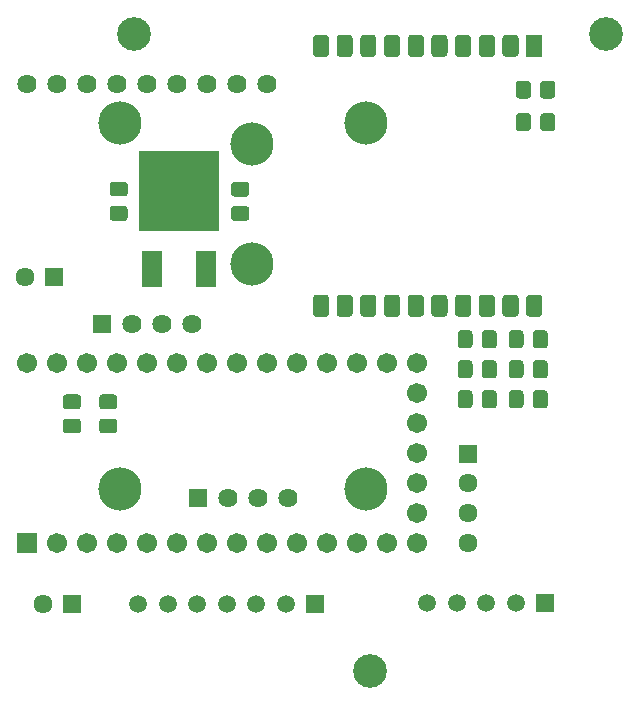
<source format=gts>
G04 #@! TF.GenerationSoftware,KiCad,Pcbnew,(5.1.2)-2*
G04 #@! TF.CreationDate,2019-09-19T18:24:46+10:00*
G04 #@! TF.ProjectId,Smart_eNERF_Gun,536d6172-745f-4654-9e45-52465f47756e,4.5*
G04 #@! TF.SameCoordinates,Original*
G04 #@! TF.FileFunction,Soldermask,Top*
G04 #@! TF.FilePolarity,Negative*
%FSLAX46Y46*%
G04 Gerber Fmt 4.6, Leading zero omitted, Abs format (unit mm)*
G04 Created by KiCad (PCBNEW (5.1.2)-2) date 2019-09-19 18:24:46*
%MOMM*%
%LPD*%
G04 APERTURE LIST*
%ADD10C,0.100000*%
%ADD11C,1.251600*%
%ADD12R,1.701600X3.101600*%
%ADD13R,6.801600X6.801600*%
%ADD14C,3.657600*%
%ADD15C,1.625600*%
%ADD16R,1.625600X1.625600*%
%ADD17C,1.609600*%
%ADD18R,1.609600X1.609600*%
%ADD19C,1.701600*%
%ADD20R,1.701600X1.701600*%
%ADD21C,1.509600*%
%ADD22R,1.509600X1.509600*%
%ADD23R,1.371600X1.879600*%
%ADD24C,1.371600*%
%ADD25C,2.855600*%
G04 APERTURE END LIST*
D10*
G36*
X71501383Y-80555510D02*
G01*
X71527795Y-80559428D01*
X71553696Y-80565916D01*
X71578837Y-80574911D01*
X71602974Y-80586328D01*
X71625877Y-80600055D01*
X71647324Y-80615961D01*
X71667108Y-80633892D01*
X71685039Y-80653676D01*
X71700945Y-80675123D01*
X71714672Y-80698026D01*
X71726089Y-80722163D01*
X71735084Y-80747304D01*
X71741572Y-80773205D01*
X71745490Y-80799617D01*
X71746800Y-80826286D01*
X71746800Y-81533714D01*
X71745490Y-81560383D01*
X71741572Y-81586795D01*
X71735084Y-81612696D01*
X71726089Y-81637837D01*
X71714672Y-81661974D01*
X71700945Y-81684877D01*
X71685039Y-81706324D01*
X71667108Y-81726108D01*
X71647324Y-81744039D01*
X71625877Y-81759945D01*
X71602974Y-81773672D01*
X71578837Y-81785089D01*
X71553696Y-81794084D01*
X71527795Y-81800572D01*
X71501383Y-81804490D01*
X71474714Y-81805800D01*
X70517286Y-81805800D01*
X70490617Y-81804490D01*
X70464205Y-81800572D01*
X70438304Y-81794084D01*
X70413163Y-81785089D01*
X70389026Y-81773672D01*
X70366123Y-81759945D01*
X70344676Y-81744039D01*
X70324892Y-81726108D01*
X70306961Y-81706324D01*
X70291055Y-81684877D01*
X70277328Y-81661974D01*
X70265911Y-81637837D01*
X70256916Y-81612696D01*
X70250428Y-81586795D01*
X70246510Y-81560383D01*
X70245200Y-81533714D01*
X70245200Y-80826286D01*
X70246510Y-80799617D01*
X70250428Y-80773205D01*
X70256916Y-80747304D01*
X70265911Y-80722163D01*
X70277328Y-80698026D01*
X70291055Y-80675123D01*
X70306961Y-80653676D01*
X70324892Y-80633892D01*
X70344676Y-80615961D01*
X70366123Y-80600055D01*
X70389026Y-80586328D01*
X70413163Y-80574911D01*
X70438304Y-80565916D01*
X70464205Y-80559428D01*
X70490617Y-80555510D01*
X70517286Y-80554200D01*
X71474714Y-80554200D01*
X71501383Y-80555510D01*
X71501383Y-80555510D01*
G37*
D11*
X70996000Y-81180000D03*
D10*
G36*
X71501383Y-82605510D02*
G01*
X71527795Y-82609428D01*
X71553696Y-82615916D01*
X71578837Y-82624911D01*
X71602974Y-82636328D01*
X71625877Y-82650055D01*
X71647324Y-82665961D01*
X71667108Y-82683892D01*
X71685039Y-82703676D01*
X71700945Y-82725123D01*
X71714672Y-82748026D01*
X71726089Y-82772163D01*
X71735084Y-82797304D01*
X71741572Y-82823205D01*
X71745490Y-82849617D01*
X71746800Y-82876286D01*
X71746800Y-83583714D01*
X71745490Y-83610383D01*
X71741572Y-83636795D01*
X71735084Y-83662696D01*
X71726089Y-83687837D01*
X71714672Y-83711974D01*
X71700945Y-83734877D01*
X71685039Y-83756324D01*
X71667108Y-83776108D01*
X71647324Y-83794039D01*
X71625877Y-83809945D01*
X71602974Y-83823672D01*
X71578837Y-83835089D01*
X71553696Y-83844084D01*
X71527795Y-83850572D01*
X71501383Y-83854490D01*
X71474714Y-83855800D01*
X70517286Y-83855800D01*
X70490617Y-83854490D01*
X70464205Y-83850572D01*
X70438304Y-83844084D01*
X70413163Y-83835089D01*
X70389026Y-83823672D01*
X70366123Y-83809945D01*
X70344676Y-83794039D01*
X70324892Y-83776108D01*
X70306961Y-83756324D01*
X70291055Y-83734877D01*
X70277328Y-83711974D01*
X70265911Y-83687837D01*
X70256916Y-83662696D01*
X70250428Y-83636795D01*
X70246510Y-83610383D01*
X70245200Y-83583714D01*
X70245200Y-82876286D01*
X70246510Y-82849617D01*
X70250428Y-82823205D01*
X70256916Y-82797304D01*
X70265911Y-82772163D01*
X70277328Y-82748026D01*
X70291055Y-82725123D01*
X70306961Y-82703676D01*
X70324892Y-82683892D01*
X70344676Y-82665961D01*
X70366123Y-82650055D01*
X70389026Y-82636328D01*
X70413163Y-82624911D01*
X70438304Y-82615916D01*
X70464205Y-82609428D01*
X70490617Y-82605510D01*
X70517286Y-82604200D01*
X71474714Y-82604200D01*
X71501383Y-82605510D01*
X71501383Y-82605510D01*
G37*
D11*
X70996000Y-83230000D03*
D12*
X68089000Y-87957000D03*
X63489000Y-87957000D03*
D13*
X65789000Y-81307000D03*
D14*
X81664000Y-75592000D03*
X60836000Y-75592000D03*
X81664000Y-106580000D03*
X60836000Y-106580000D03*
D15*
X75060000Y-107342000D03*
X72520000Y-107342000D03*
X69980000Y-107342000D03*
D16*
X67440000Y-107342000D03*
D17*
X52750000Y-88646000D03*
D18*
X55250000Y-88646000D03*
D19*
X85982000Y-103532000D03*
X85982000Y-100992000D03*
X85982000Y-98452000D03*
X85982000Y-95912000D03*
X85982000Y-106072000D03*
X85982000Y-108612000D03*
X85982000Y-111152000D03*
X83442000Y-95912000D03*
X80902000Y-95912000D03*
X78362000Y-95912000D03*
X75822000Y-95912000D03*
X73282000Y-95912000D03*
X70742000Y-95912000D03*
X68202000Y-95912000D03*
X65662000Y-95912000D03*
X63122000Y-95912000D03*
X60582000Y-95912000D03*
X58042000Y-95912000D03*
X55502000Y-95912000D03*
X52962000Y-95912000D03*
X83442000Y-111152000D03*
X80902000Y-111152000D03*
X78362000Y-111152000D03*
X75822000Y-111152000D03*
X73282000Y-111152000D03*
X70742000Y-111152000D03*
X68202000Y-111152000D03*
X65662000Y-111152000D03*
X63122000Y-111152000D03*
X60582000Y-111152000D03*
X58042000Y-111152000D03*
X55502000Y-111152000D03*
D20*
X52962000Y-111152000D03*
D21*
X62350000Y-116328000D03*
X64850000Y-116328000D03*
X67350000Y-116328000D03*
X69850000Y-116328000D03*
X72350000Y-116328000D03*
X74850000Y-116328000D03*
D22*
X77350000Y-116328000D03*
D23*
X95888000Y-69038800D03*
D10*
G36*
X94257910Y-68100651D02*
G01*
X94291196Y-68105589D01*
X94323839Y-68113765D01*
X94355522Y-68125102D01*
X94385942Y-68139489D01*
X94414805Y-68156789D01*
X94441833Y-68176835D01*
X94466767Y-68199433D01*
X94489365Y-68224367D01*
X94509411Y-68251395D01*
X94526711Y-68280258D01*
X94541098Y-68310678D01*
X94552435Y-68342361D01*
X94560611Y-68375004D01*
X94565549Y-68408290D01*
X94567200Y-68441900D01*
X94567200Y-69635700D01*
X94565549Y-69669310D01*
X94560611Y-69702596D01*
X94552435Y-69735239D01*
X94541098Y-69766922D01*
X94526711Y-69797342D01*
X94509411Y-69826205D01*
X94489365Y-69853233D01*
X94466767Y-69878167D01*
X94441833Y-69900765D01*
X94414805Y-69920811D01*
X94385942Y-69938111D01*
X94355522Y-69952498D01*
X94323839Y-69963835D01*
X94291196Y-69972011D01*
X94257910Y-69976949D01*
X94224300Y-69978600D01*
X93538500Y-69978600D01*
X93504890Y-69976949D01*
X93471604Y-69972011D01*
X93438961Y-69963835D01*
X93407278Y-69952498D01*
X93376858Y-69938111D01*
X93347995Y-69920811D01*
X93320967Y-69900765D01*
X93296033Y-69878167D01*
X93273435Y-69853233D01*
X93253389Y-69826205D01*
X93236089Y-69797342D01*
X93221702Y-69766922D01*
X93210365Y-69735239D01*
X93202189Y-69702596D01*
X93197251Y-69669310D01*
X93195600Y-69635700D01*
X93195600Y-68441900D01*
X93197251Y-68408290D01*
X93202189Y-68375004D01*
X93210365Y-68342361D01*
X93221702Y-68310678D01*
X93236089Y-68280258D01*
X93253389Y-68251395D01*
X93273435Y-68224367D01*
X93296033Y-68199433D01*
X93320967Y-68176835D01*
X93347995Y-68156789D01*
X93376858Y-68139489D01*
X93407278Y-68125102D01*
X93438961Y-68113765D01*
X93471604Y-68105589D01*
X93504890Y-68100651D01*
X93538500Y-68099000D01*
X94224300Y-68099000D01*
X94257910Y-68100651D01*
X94257910Y-68100651D01*
G37*
D24*
X93881400Y-69038800D03*
D10*
G36*
X92251310Y-68100651D02*
G01*
X92284596Y-68105589D01*
X92317239Y-68113765D01*
X92348922Y-68125102D01*
X92379342Y-68139489D01*
X92408205Y-68156789D01*
X92435233Y-68176835D01*
X92460167Y-68199433D01*
X92482765Y-68224367D01*
X92502811Y-68251395D01*
X92520111Y-68280258D01*
X92534498Y-68310678D01*
X92545835Y-68342361D01*
X92554011Y-68375004D01*
X92558949Y-68408290D01*
X92560600Y-68441900D01*
X92560600Y-69635700D01*
X92558949Y-69669310D01*
X92554011Y-69702596D01*
X92545835Y-69735239D01*
X92534498Y-69766922D01*
X92520111Y-69797342D01*
X92502811Y-69826205D01*
X92482765Y-69853233D01*
X92460167Y-69878167D01*
X92435233Y-69900765D01*
X92408205Y-69920811D01*
X92379342Y-69938111D01*
X92348922Y-69952498D01*
X92317239Y-69963835D01*
X92284596Y-69972011D01*
X92251310Y-69976949D01*
X92217700Y-69978600D01*
X91531900Y-69978600D01*
X91498290Y-69976949D01*
X91465004Y-69972011D01*
X91432361Y-69963835D01*
X91400678Y-69952498D01*
X91370258Y-69938111D01*
X91341395Y-69920811D01*
X91314367Y-69900765D01*
X91289433Y-69878167D01*
X91266835Y-69853233D01*
X91246789Y-69826205D01*
X91229489Y-69797342D01*
X91215102Y-69766922D01*
X91203765Y-69735239D01*
X91195589Y-69702596D01*
X91190651Y-69669310D01*
X91189000Y-69635700D01*
X91189000Y-68441900D01*
X91190651Y-68408290D01*
X91195589Y-68375004D01*
X91203765Y-68342361D01*
X91215102Y-68310678D01*
X91229489Y-68280258D01*
X91246789Y-68251395D01*
X91266835Y-68224367D01*
X91289433Y-68199433D01*
X91314367Y-68176835D01*
X91341395Y-68156789D01*
X91370258Y-68139489D01*
X91400678Y-68125102D01*
X91432361Y-68113765D01*
X91465004Y-68105589D01*
X91498290Y-68100651D01*
X91531900Y-68099000D01*
X92217700Y-68099000D01*
X92251310Y-68100651D01*
X92251310Y-68100651D01*
G37*
D24*
X91874800Y-69038800D03*
D10*
G36*
X90244710Y-68100651D02*
G01*
X90277996Y-68105589D01*
X90310639Y-68113765D01*
X90342322Y-68125102D01*
X90372742Y-68139489D01*
X90401605Y-68156789D01*
X90428633Y-68176835D01*
X90453567Y-68199433D01*
X90476165Y-68224367D01*
X90496211Y-68251395D01*
X90513511Y-68280258D01*
X90527898Y-68310678D01*
X90539235Y-68342361D01*
X90547411Y-68375004D01*
X90552349Y-68408290D01*
X90554000Y-68441900D01*
X90554000Y-69635700D01*
X90552349Y-69669310D01*
X90547411Y-69702596D01*
X90539235Y-69735239D01*
X90527898Y-69766922D01*
X90513511Y-69797342D01*
X90496211Y-69826205D01*
X90476165Y-69853233D01*
X90453567Y-69878167D01*
X90428633Y-69900765D01*
X90401605Y-69920811D01*
X90372742Y-69938111D01*
X90342322Y-69952498D01*
X90310639Y-69963835D01*
X90277996Y-69972011D01*
X90244710Y-69976949D01*
X90211100Y-69978600D01*
X89525300Y-69978600D01*
X89491690Y-69976949D01*
X89458404Y-69972011D01*
X89425761Y-69963835D01*
X89394078Y-69952498D01*
X89363658Y-69938111D01*
X89334795Y-69920811D01*
X89307767Y-69900765D01*
X89282833Y-69878167D01*
X89260235Y-69853233D01*
X89240189Y-69826205D01*
X89222889Y-69797342D01*
X89208502Y-69766922D01*
X89197165Y-69735239D01*
X89188989Y-69702596D01*
X89184051Y-69669310D01*
X89182400Y-69635700D01*
X89182400Y-68441900D01*
X89184051Y-68408290D01*
X89188989Y-68375004D01*
X89197165Y-68342361D01*
X89208502Y-68310678D01*
X89222889Y-68280258D01*
X89240189Y-68251395D01*
X89260235Y-68224367D01*
X89282833Y-68199433D01*
X89307767Y-68176835D01*
X89334795Y-68156789D01*
X89363658Y-68139489D01*
X89394078Y-68125102D01*
X89425761Y-68113765D01*
X89458404Y-68105589D01*
X89491690Y-68100651D01*
X89525300Y-68099000D01*
X90211100Y-68099000D01*
X90244710Y-68100651D01*
X90244710Y-68100651D01*
G37*
D24*
X89868200Y-69038800D03*
D10*
G36*
X88238110Y-68100651D02*
G01*
X88271396Y-68105589D01*
X88304039Y-68113765D01*
X88335722Y-68125102D01*
X88366142Y-68139489D01*
X88395005Y-68156789D01*
X88422033Y-68176835D01*
X88446967Y-68199433D01*
X88469565Y-68224367D01*
X88489611Y-68251395D01*
X88506911Y-68280258D01*
X88521298Y-68310678D01*
X88532635Y-68342361D01*
X88540811Y-68375004D01*
X88545749Y-68408290D01*
X88547400Y-68441900D01*
X88547400Y-69635700D01*
X88545749Y-69669310D01*
X88540811Y-69702596D01*
X88532635Y-69735239D01*
X88521298Y-69766922D01*
X88506911Y-69797342D01*
X88489611Y-69826205D01*
X88469565Y-69853233D01*
X88446967Y-69878167D01*
X88422033Y-69900765D01*
X88395005Y-69920811D01*
X88366142Y-69938111D01*
X88335722Y-69952498D01*
X88304039Y-69963835D01*
X88271396Y-69972011D01*
X88238110Y-69976949D01*
X88204500Y-69978600D01*
X87518700Y-69978600D01*
X87485090Y-69976949D01*
X87451804Y-69972011D01*
X87419161Y-69963835D01*
X87387478Y-69952498D01*
X87357058Y-69938111D01*
X87328195Y-69920811D01*
X87301167Y-69900765D01*
X87276233Y-69878167D01*
X87253635Y-69853233D01*
X87233589Y-69826205D01*
X87216289Y-69797342D01*
X87201902Y-69766922D01*
X87190565Y-69735239D01*
X87182389Y-69702596D01*
X87177451Y-69669310D01*
X87175800Y-69635700D01*
X87175800Y-68441900D01*
X87177451Y-68408290D01*
X87182389Y-68375004D01*
X87190565Y-68342361D01*
X87201902Y-68310678D01*
X87216289Y-68280258D01*
X87233589Y-68251395D01*
X87253635Y-68224367D01*
X87276233Y-68199433D01*
X87301167Y-68176835D01*
X87328195Y-68156789D01*
X87357058Y-68139489D01*
X87387478Y-68125102D01*
X87419161Y-68113765D01*
X87451804Y-68105589D01*
X87485090Y-68100651D01*
X87518700Y-68099000D01*
X88204500Y-68099000D01*
X88238110Y-68100651D01*
X88238110Y-68100651D01*
G37*
D24*
X87861600Y-69038800D03*
D10*
G36*
X86231510Y-68100651D02*
G01*
X86264796Y-68105589D01*
X86297439Y-68113765D01*
X86329122Y-68125102D01*
X86359542Y-68139489D01*
X86388405Y-68156789D01*
X86415433Y-68176835D01*
X86440367Y-68199433D01*
X86462965Y-68224367D01*
X86483011Y-68251395D01*
X86500311Y-68280258D01*
X86514698Y-68310678D01*
X86526035Y-68342361D01*
X86534211Y-68375004D01*
X86539149Y-68408290D01*
X86540800Y-68441900D01*
X86540800Y-69635700D01*
X86539149Y-69669310D01*
X86534211Y-69702596D01*
X86526035Y-69735239D01*
X86514698Y-69766922D01*
X86500311Y-69797342D01*
X86483011Y-69826205D01*
X86462965Y-69853233D01*
X86440367Y-69878167D01*
X86415433Y-69900765D01*
X86388405Y-69920811D01*
X86359542Y-69938111D01*
X86329122Y-69952498D01*
X86297439Y-69963835D01*
X86264796Y-69972011D01*
X86231510Y-69976949D01*
X86197900Y-69978600D01*
X85512100Y-69978600D01*
X85478490Y-69976949D01*
X85445204Y-69972011D01*
X85412561Y-69963835D01*
X85380878Y-69952498D01*
X85350458Y-69938111D01*
X85321595Y-69920811D01*
X85294567Y-69900765D01*
X85269633Y-69878167D01*
X85247035Y-69853233D01*
X85226989Y-69826205D01*
X85209689Y-69797342D01*
X85195302Y-69766922D01*
X85183965Y-69735239D01*
X85175789Y-69702596D01*
X85170851Y-69669310D01*
X85169200Y-69635700D01*
X85169200Y-68441900D01*
X85170851Y-68408290D01*
X85175789Y-68375004D01*
X85183965Y-68342361D01*
X85195302Y-68310678D01*
X85209689Y-68280258D01*
X85226989Y-68251395D01*
X85247035Y-68224367D01*
X85269633Y-68199433D01*
X85294567Y-68176835D01*
X85321595Y-68156789D01*
X85350458Y-68139489D01*
X85380878Y-68125102D01*
X85412561Y-68113765D01*
X85445204Y-68105589D01*
X85478490Y-68100651D01*
X85512100Y-68099000D01*
X86197900Y-68099000D01*
X86231510Y-68100651D01*
X86231510Y-68100651D01*
G37*
D24*
X85855000Y-69038800D03*
D10*
G36*
X84224910Y-68100651D02*
G01*
X84258196Y-68105589D01*
X84290839Y-68113765D01*
X84322522Y-68125102D01*
X84352942Y-68139489D01*
X84381805Y-68156789D01*
X84408833Y-68176835D01*
X84433767Y-68199433D01*
X84456365Y-68224367D01*
X84476411Y-68251395D01*
X84493711Y-68280258D01*
X84508098Y-68310678D01*
X84519435Y-68342361D01*
X84527611Y-68375004D01*
X84532549Y-68408290D01*
X84534200Y-68441900D01*
X84534200Y-69635700D01*
X84532549Y-69669310D01*
X84527611Y-69702596D01*
X84519435Y-69735239D01*
X84508098Y-69766922D01*
X84493711Y-69797342D01*
X84476411Y-69826205D01*
X84456365Y-69853233D01*
X84433767Y-69878167D01*
X84408833Y-69900765D01*
X84381805Y-69920811D01*
X84352942Y-69938111D01*
X84322522Y-69952498D01*
X84290839Y-69963835D01*
X84258196Y-69972011D01*
X84224910Y-69976949D01*
X84191300Y-69978600D01*
X83505500Y-69978600D01*
X83471890Y-69976949D01*
X83438604Y-69972011D01*
X83405961Y-69963835D01*
X83374278Y-69952498D01*
X83343858Y-69938111D01*
X83314995Y-69920811D01*
X83287967Y-69900765D01*
X83263033Y-69878167D01*
X83240435Y-69853233D01*
X83220389Y-69826205D01*
X83203089Y-69797342D01*
X83188702Y-69766922D01*
X83177365Y-69735239D01*
X83169189Y-69702596D01*
X83164251Y-69669310D01*
X83162600Y-69635700D01*
X83162600Y-68441900D01*
X83164251Y-68408290D01*
X83169189Y-68375004D01*
X83177365Y-68342361D01*
X83188702Y-68310678D01*
X83203089Y-68280258D01*
X83220389Y-68251395D01*
X83240435Y-68224367D01*
X83263033Y-68199433D01*
X83287967Y-68176835D01*
X83314995Y-68156789D01*
X83343858Y-68139489D01*
X83374278Y-68125102D01*
X83405961Y-68113765D01*
X83438604Y-68105589D01*
X83471890Y-68100651D01*
X83505500Y-68099000D01*
X84191300Y-68099000D01*
X84224910Y-68100651D01*
X84224910Y-68100651D01*
G37*
D24*
X83848400Y-69038800D03*
D10*
G36*
X82218310Y-68100651D02*
G01*
X82251596Y-68105589D01*
X82284239Y-68113765D01*
X82315922Y-68125102D01*
X82346342Y-68139489D01*
X82375205Y-68156789D01*
X82402233Y-68176835D01*
X82427167Y-68199433D01*
X82449765Y-68224367D01*
X82469811Y-68251395D01*
X82487111Y-68280258D01*
X82501498Y-68310678D01*
X82512835Y-68342361D01*
X82521011Y-68375004D01*
X82525949Y-68408290D01*
X82527600Y-68441900D01*
X82527600Y-69635700D01*
X82525949Y-69669310D01*
X82521011Y-69702596D01*
X82512835Y-69735239D01*
X82501498Y-69766922D01*
X82487111Y-69797342D01*
X82469811Y-69826205D01*
X82449765Y-69853233D01*
X82427167Y-69878167D01*
X82402233Y-69900765D01*
X82375205Y-69920811D01*
X82346342Y-69938111D01*
X82315922Y-69952498D01*
X82284239Y-69963835D01*
X82251596Y-69972011D01*
X82218310Y-69976949D01*
X82184700Y-69978600D01*
X81498900Y-69978600D01*
X81465290Y-69976949D01*
X81432004Y-69972011D01*
X81399361Y-69963835D01*
X81367678Y-69952498D01*
X81337258Y-69938111D01*
X81308395Y-69920811D01*
X81281367Y-69900765D01*
X81256433Y-69878167D01*
X81233835Y-69853233D01*
X81213789Y-69826205D01*
X81196489Y-69797342D01*
X81182102Y-69766922D01*
X81170765Y-69735239D01*
X81162589Y-69702596D01*
X81157651Y-69669310D01*
X81156000Y-69635700D01*
X81156000Y-68441900D01*
X81157651Y-68408290D01*
X81162589Y-68375004D01*
X81170765Y-68342361D01*
X81182102Y-68310678D01*
X81196489Y-68280258D01*
X81213789Y-68251395D01*
X81233835Y-68224367D01*
X81256433Y-68199433D01*
X81281367Y-68176835D01*
X81308395Y-68156789D01*
X81337258Y-68139489D01*
X81367678Y-68125102D01*
X81399361Y-68113765D01*
X81432004Y-68105589D01*
X81465290Y-68100651D01*
X81498900Y-68099000D01*
X82184700Y-68099000D01*
X82218310Y-68100651D01*
X82218310Y-68100651D01*
G37*
D24*
X81841800Y-69038800D03*
D10*
G36*
X80211710Y-68100651D02*
G01*
X80244996Y-68105589D01*
X80277639Y-68113765D01*
X80309322Y-68125102D01*
X80339742Y-68139489D01*
X80368605Y-68156789D01*
X80395633Y-68176835D01*
X80420567Y-68199433D01*
X80443165Y-68224367D01*
X80463211Y-68251395D01*
X80480511Y-68280258D01*
X80494898Y-68310678D01*
X80506235Y-68342361D01*
X80514411Y-68375004D01*
X80519349Y-68408290D01*
X80521000Y-68441900D01*
X80521000Y-69635700D01*
X80519349Y-69669310D01*
X80514411Y-69702596D01*
X80506235Y-69735239D01*
X80494898Y-69766922D01*
X80480511Y-69797342D01*
X80463211Y-69826205D01*
X80443165Y-69853233D01*
X80420567Y-69878167D01*
X80395633Y-69900765D01*
X80368605Y-69920811D01*
X80339742Y-69938111D01*
X80309322Y-69952498D01*
X80277639Y-69963835D01*
X80244996Y-69972011D01*
X80211710Y-69976949D01*
X80178100Y-69978600D01*
X79492300Y-69978600D01*
X79458690Y-69976949D01*
X79425404Y-69972011D01*
X79392761Y-69963835D01*
X79361078Y-69952498D01*
X79330658Y-69938111D01*
X79301795Y-69920811D01*
X79274767Y-69900765D01*
X79249833Y-69878167D01*
X79227235Y-69853233D01*
X79207189Y-69826205D01*
X79189889Y-69797342D01*
X79175502Y-69766922D01*
X79164165Y-69735239D01*
X79155989Y-69702596D01*
X79151051Y-69669310D01*
X79149400Y-69635700D01*
X79149400Y-68441900D01*
X79151051Y-68408290D01*
X79155989Y-68375004D01*
X79164165Y-68342361D01*
X79175502Y-68310678D01*
X79189889Y-68280258D01*
X79207189Y-68251395D01*
X79227235Y-68224367D01*
X79249833Y-68199433D01*
X79274767Y-68176835D01*
X79301795Y-68156789D01*
X79330658Y-68139489D01*
X79361078Y-68125102D01*
X79392761Y-68113765D01*
X79425404Y-68105589D01*
X79458690Y-68100651D01*
X79492300Y-68099000D01*
X80178100Y-68099000D01*
X80211710Y-68100651D01*
X80211710Y-68100651D01*
G37*
D24*
X79835200Y-69038800D03*
D10*
G36*
X78205110Y-68100651D02*
G01*
X78238396Y-68105589D01*
X78271039Y-68113765D01*
X78302722Y-68125102D01*
X78333142Y-68139489D01*
X78362005Y-68156789D01*
X78389033Y-68176835D01*
X78413967Y-68199433D01*
X78436565Y-68224367D01*
X78456611Y-68251395D01*
X78473911Y-68280258D01*
X78488298Y-68310678D01*
X78499635Y-68342361D01*
X78507811Y-68375004D01*
X78512749Y-68408290D01*
X78514400Y-68441900D01*
X78514400Y-69635700D01*
X78512749Y-69669310D01*
X78507811Y-69702596D01*
X78499635Y-69735239D01*
X78488298Y-69766922D01*
X78473911Y-69797342D01*
X78456611Y-69826205D01*
X78436565Y-69853233D01*
X78413967Y-69878167D01*
X78389033Y-69900765D01*
X78362005Y-69920811D01*
X78333142Y-69938111D01*
X78302722Y-69952498D01*
X78271039Y-69963835D01*
X78238396Y-69972011D01*
X78205110Y-69976949D01*
X78171500Y-69978600D01*
X77485700Y-69978600D01*
X77452090Y-69976949D01*
X77418804Y-69972011D01*
X77386161Y-69963835D01*
X77354478Y-69952498D01*
X77324058Y-69938111D01*
X77295195Y-69920811D01*
X77268167Y-69900765D01*
X77243233Y-69878167D01*
X77220635Y-69853233D01*
X77200589Y-69826205D01*
X77183289Y-69797342D01*
X77168902Y-69766922D01*
X77157565Y-69735239D01*
X77149389Y-69702596D01*
X77144451Y-69669310D01*
X77142800Y-69635700D01*
X77142800Y-68441900D01*
X77144451Y-68408290D01*
X77149389Y-68375004D01*
X77157565Y-68342361D01*
X77168902Y-68310678D01*
X77183289Y-68280258D01*
X77200589Y-68251395D01*
X77220635Y-68224367D01*
X77243233Y-68199433D01*
X77268167Y-68176835D01*
X77295195Y-68156789D01*
X77324058Y-68139489D01*
X77354478Y-68125102D01*
X77386161Y-68113765D01*
X77418804Y-68105589D01*
X77452090Y-68100651D01*
X77485700Y-68099000D01*
X78171500Y-68099000D01*
X78205110Y-68100651D01*
X78205110Y-68100651D01*
G37*
D24*
X77828600Y-69038800D03*
D10*
G36*
X78205110Y-90097051D02*
G01*
X78238396Y-90101989D01*
X78271039Y-90110165D01*
X78302722Y-90121502D01*
X78333142Y-90135889D01*
X78362005Y-90153189D01*
X78389033Y-90173235D01*
X78413967Y-90195833D01*
X78436565Y-90220767D01*
X78456611Y-90247795D01*
X78473911Y-90276658D01*
X78488298Y-90307078D01*
X78499635Y-90338761D01*
X78507811Y-90371404D01*
X78512749Y-90404690D01*
X78514400Y-90438300D01*
X78514400Y-91632100D01*
X78512749Y-91665710D01*
X78507811Y-91698996D01*
X78499635Y-91731639D01*
X78488298Y-91763322D01*
X78473911Y-91793742D01*
X78456611Y-91822605D01*
X78436565Y-91849633D01*
X78413967Y-91874567D01*
X78389033Y-91897165D01*
X78362005Y-91917211D01*
X78333142Y-91934511D01*
X78302722Y-91948898D01*
X78271039Y-91960235D01*
X78238396Y-91968411D01*
X78205110Y-91973349D01*
X78171500Y-91975000D01*
X77485700Y-91975000D01*
X77452090Y-91973349D01*
X77418804Y-91968411D01*
X77386161Y-91960235D01*
X77354478Y-91948898D01*
X77324058Y-91934511D01*
X77295195Y-91917211D01*
X77268167Y-91897165D01*
X77243233Y-91874567D01*
X77220635Y-91849633D01*
X77200589Y-91822605D01*
X77183289Y-91793742D01*
X77168902Y-91763322D01*
X77157565Y-91731639D01*
X77149389Y-91698996D01*
X77144451Y-91665710D01*
X77142800Y-91632100D01*
X77142800Y-90438300D01*
X77144451Y-90404690D01*
X77149389Y-90371404D01*
X77157565Y-90338761D01*
X77168902Y-90307078D01*
X77183289Y-90276658D01*
X77200589Y-90247795D01*
X77220635Y-90220767D01*
X77243233Y-90195833D01*
X77268167Y-90173235D01*
X77295195Y-90153189D01*
X77324058Y-90135889D01*
X77354478Y-90121502D01*
X77386161Y-90110165D01*
X77418804Y-90101989D01*
X77452090Y-90097051D01*
X77485700Y-90095400D01*
X78171500Y-90095400D01*
X78205110Y-90097051D01*
X78205110Y-90097051D01*
G37*
D24*
X77828600Y-91035200D03*
D10*
G36*
X80211710Y-90097051D02*
G01*
X80244996Y-90101989D01*
X80277639Y-90110165D01*
X80309322Y-90121502D01*
X80339742Y-90135889D01*
X80368605Y-90153189D01*
X80395633Y-90173235D01*
X80420567Y-90195833D01*
X80443165Y-90220767D01*
X80463211Y-90247795D01*
X80480511Y-90276658D01*
X80494898Y-90307078D01*
X80506235Y-90338761D01*
X80514411Y-90371404D01*
X80519349Y-90404690D01*
X80521000Y-90438300D01*
X80521000Y-91632100D01*
X80519349Y-91665710D01*
X80514411Y-91698996D01*
X80506235Y-91731639D01*
X80494898Y-91763322D01*
X80480511Y-91793742D01*
X80463211Y-91822605D01*
X80443165Y-91849633D01*
X80420567Y-91874567D01*
X80395633Y-91897165D01*
X80368605Y-91917211D01*
X80339742Y-91934511D01*
X80309322Y-91948898D01*
X80277639Y-91960235D01*
X80244996Y-91968411D01*
X80211710Y-91973349D01*
X80178100Y-91975000D01*
X79492300Y-91975000D01*
X79458690Y-91973349D01*
X79425404Y-91968411D01*
X79392761Y-91960235D01*
X79361078Y-91948898D01*
X79330658Y-91934511D01*
X79301795Y-91917211D01*
X79274767Y-91897165D01*
X79249833Y-91874567D01*
X79227235Y-91849633D01*
X79207189Y-91822605D01*
X79189889Y-91793742D01*
X79175502Y-91763322D01*
X79164165Y-91731639D01*
X79155989Y-91698996D01*
X79151051Y-91665710D01*
X79149400Y-91632100D01*
X79149400Y-90438300D01*
X79151051Y-90404690D01*
X79155989Y-90371404D01*
X79164165Y-90338761D01*
X79175502Y-90307078D01*
X79189889Y-90276658D01*
X79207189Y-90247795D01*
X79227235Y-90220767D01*
X79249833Y-90195833D01*
X79274767Y-90173235D01*
X79301795Y-90153189D01*
X79330658Y-90135889D01*
X79361078Y-90121502D01*
X79392761Y-90110165D01*
X79425404Y-90101989D01*
X79458690Y-90097051D01*
X79492300Y-90095400D01*
X80178100Y-90095400D01*
X80211710Y-90097051D01*
X80211710Y-90097051D01*
G37*
D24*
X79835200Y-91035200D03*
D10*
G36*
X82218310Y-90097051D02*
G01*
X82251596Y-90101989D01*
X82284239Y-90110165D01*
X82315922Y-90121502D01*
X82346342Y-90135889D01*
X82375205Y-90153189D01*
X82402233Y-90173235D01*
X82427167Y-90195833D01*
X82449765Y-90220767D01*
X82469811Y-90247795D01*
X82487111Y-90276658D01*
X82501498Y-90307078D01*
X82512835Y-90338761D01*
X82521011Y-90371404D01*
X82525949Y-90404690D01*
X82527600Y-90438300D01*
X82527600Y-91632100D01*
X82525949Y-91665710D01*
X82521011Y-91698996D01*
X82512835Y-91731639D01*
X82501498Y-91763322D01*
X82487111Y-91793742D01*
X82469811Y-91822605D01*
X82449765Y-91849633D01*
X82427167Y-91874567D01*
X82402233Y-91897165D01*
X82375205Y-91917211D01*
X82346342Y-91934511D01*
X82315922Y-91948898D01*
X82284239Y-91960235D01*
X82251596Y-91968411D01*
X82218310Y-91973349D01*
X82184700Y-91975000D01*
X81498900Y-91975000D01*
X81465290Y-91973349D01*
X81432004Y-91968411D01*
X81399361Y-91960235D01*
X81367678Y-91948898D01*
X81337258Y-91934511D01*
X81308395Y-91917211D01*
X81281367Y-91897165D01*
X81256433Y-91874567D01*
X81233835Y-91849633D01*
X81213789Y-91822605D01*
X81196489Y-91793742D01*
X81182102Y-91763322D01*
X81170765Y-91731639D01*
X81162589Y-91698996D01*
X81157651Y-91665710D01*
X81156000Y-91632100D01*
X81156000Y-90438300D01*
X81157651Y-90404690D01*
X81162589Y-90371404D01*
X81170765Y-90338761D01*
X81182102Y-90307078D01*
X81196489Y-90276658D01*
X81213789Y-90247795D01*
X81233835Y-90220767D01*
X81256433Y-90195833D01*
X81281367Y-90173235D01*
X81308395Y-90153189D01*
X81337258Y-90135889D01*
X81367678Y-90121502D01*
X81399361Y-90110165D01*
X81432004Y-90101989D01*
X81465290Y-90097051D01*
X81498900Y-90095400D01*
X82184700Y-90095400D01*
X82218310Y-90097051D01*
X82218310Y-90097051D01*
G37*
D24*
X81841800Y-91035200D03*
D10*
G36*
X84224910Y-90097051D02*
G01*
X84258196Y-90101989D01*
X84290839Y-90110165D01*
X84322522Y-90121502D01*
X84352942Y-90135889D01*
X84381805Y-90153189D01*
X84408833Y-90173235D01*
X84433767Y-90195833D01*
X84456365Y-90220767D01*
X84476411Y-90247795D01*
X84493711Y-90276658D01*
X84508098Y-90307078D01*
X84519435Y-90338761D01*
X84527611Y-90371404D01*
X84532549Y-90404690D01*
X84534200Y-90438300D01*
X84534200Y-91632100D01*
X84532549Y-91665710D01*
X84527611Y-91698996D01*
X84519435Y-91731639D01*
X84508098Y-91763322D01*
X84493711Y-91793742D01*
X84476411Y-91822605D01*
X84456365Y-91849633D01*
X84433767Y-91874567D01*
X84408833Y-91897165D01*
X84381805Y-91917211D01*
X84352942Y-91934511D01*
X84322522Y-91948898D01*
X84290839Y-91960235D01*
X84258196Y-91968411D01*
X84224910Y-91973349D01*
X84191300Y-91975000D01*
X83505500Y-91975000D01*
X83471890Y-91973349D01*
X83438604Y-91968411D01*
X83405961Y-91960235D01*
X83374278Y-91948898D01*
X83343858Y-91934511D01*
X83314995Y-91917211D01*
X83287967Y-91897165D01*
X83263033Y-91874567D01*
X83240435Y-91849633D01*
X83220389Y-91822605D01*
X83203089Y-91793742D01*
X83188702Y-91763322D01*
X83177365Y-91731639D01*
X83169189Y-91698996D01*
X83164251Y-91665710D01*
X83162600Y-91632100D01*
X83162600Y-90438300D01*
X83164251Y-90404690D01*
X83169189Y-90371404D01*
X83177365Y-90338761D01*
X83188702Y-90307078D01*
X83203089Y-90276658D01*
X83220389Y-90247795D01*
X83240435Y-90220767D01*
X83263033Y-90195833D01*
X83287967Y-90173235D01*
X83314995Y-90153189D01*
X83343858Y-90135889D01*
X83374278Y-90121502D01*
X83405961Y-90110165D01*
X83438604Y-90101989D01*
X83471890Y-90097051D01*
X83505500Y-90095400D01*
X84191300Y-90095400D01*
X84224910Y-90097051D01*
X84224910Y-90097051D01*
G37*
D24*
X83848400Y-91035200D03*
D10*
G36*
X86231510Y-90097051D02*
G01*
X86264796Y-90101989D01*
X86297439Y-90110165D01*
X86329122Y-90121502D01*
X86359542Y-90135889D01*
X86388405Y-90153189D01*
X86415433Y-90173235D01*
X86440367Y-90195833D01*
X86462965Y-90220767D01*
X86483011Y-90247795D01*
X86500311Y-90276658D01*
X86514698Y-90307078D01*
X86526035Y-90338761D01*
X86534211Y-90371404D01*
X86539149Y-90404690D01*
X86540800Y-90438300D01*
X86540800Y-91632100D01*
X86539149Y-91665710D01*
X86534211Y-91698996D01*
X86526035Y-91731639D01*
X86514698Y-91763322D01*
X86500311Y-91793742D01*
X86483011Y-91822605D01*
X86462965Y-91849633D01*
X86440367Y-91874567D01*
X86415433Y-91897165D01*
X86388405Y-91917211D01*
X86359542Y-91934511D01*
X86329122Y-91948898D01*
X86297439Y-91960235D01*
X86264796Y-91968411D01*
X86231510Y-91973349D01*
X86197900Y-91975000D01*
X85512100Y-91975000D01*
X85478490Y-91973349D01*
X85445204Y-91968411D01*
X85412561Y-91960235D01*
X85380878Y-91948898D01*
X85350458Y-91934511D01*
X85321595Y-91917211D01*
X85294567Y-91897165D01*
X85269633Y-91874567D01*
X85247035Y-91849633D01*
X85226989Y-91822605D01*
X85209689Y-91793742D01*
X85195302Y-91763322D01*
X85183965Y-91731639D01*
X85175789Y-91698996D01*
X85170851Y-91665710D01*
X85169200Y-91632100D01*
X85169200Y-90438300D01*
X85170851Y-90404690D01*
X85175789Y-90371404D01*
X85183965Y-90338761D01*
X85195302Y-90307078D01*
X85209689Y-90276658D01*
X85226989Y-90247795D01*
X85247035Y-90220767D01*
X85269633Y-90195833D01*
X85294567Y-90173235D01*
X85321595Y-90153189D01*
X85350458Y-90135889D01*
X85380878Y-90121502D01*
X85412561Y-90110165D01*
X85445204Y-90101989D01*
X85478490Y-90097051D01*
X85512100Y-90095400D01*
X86197900Y-90095400D01*
X86231510Y-90097051D01*
X86231510Y-90097051D01*
G37*
D24*
X85855000Y-91035200D03*
D10*
G36*
X88238110Y-90097051D02*
G01*
X88271396Y-90101989D01*
X88304039Y-90110165D01*
X88335722Y-90121502D01*
X88366142Y-90135889D01*
X88395005Y-90153189D01*
X88422033Y-90173235D01*
X88446967Y-90195833D01*
X88469565Y-90220767D01*
X88489611Y-90247795D01*
X88506911Y-90276658D01*
X88521298Y-90307078D01*
X88532635Y-90338761D01*
X88540811Y-90371404D01*
X88545749Y-90404690D01*
X88547400Y-90438300D01*
X88547400Y-91632100D01*
X88545749Y-91665710D01*
X88540811Y-91698996D01*
X88532635Y-91731639D01*
X88521298Y-91763322D01*
X88506911Y-91793742D01*
X88489611Y-91822605D01*
X88469565Y-91849633D01*
X88446967Y-91874567D01*
X88422033Y-91897165D01*
X88395005Y-91917211D01*
X88366142Y-91934511D01*
X88335722Y-91948898D01*
X88304039Y-91960235D01*
X88271396Y-91968411D01*
X88238110Y-91973349D01*
X88204500Y-91975000D01*
X87518700Y-91975000D01*
X87485090Y-91973349D01*
X87451804Y-91968411D01*
X87419161Y-91960235D01*
X87387478Y-91948898D01*
X87357058Y-91934511D01*
X87328195Y-91917211D01*
X87301167Y-91897165D01*
X87276233Y-91874567D01*
X87253635Y-91849633D01*
X87233589Y-91822605D01*
X87216289Y-91793742D01*
X87201902Y-91763322D01*
X87190565Y-91731639D01*
X87182389Y-91698996D01*
X87177451Y-91665710D01*
X87175800Y-91632100D01*
X87175800Y-90438300D01*
X87177451Y-90404690D01*
X87182389Y-90371404D01*
X87190565Y-90338761D01*
X87201902Y-90307078D01*
X87216289Y-90276658D01*
X87233589Y-90247795D01*
X87253635Y-90220767D01*
X87276233Y-90195833D01*
X87301167Y-90173235D01*
X87328195Y-90153189D01*
X87357058Y-90135889D01*
X87387478Y-90121502D01*
X87419161Y-90110165D01*
X87451804Y-90101989D01*
X87485090Y-90097051D01*
X87518700Y-90095400D01*
X88204500Y-90095400D01*
X88238110Y-90097051D01*
X88238110Y-90097051D01*
G37*
D24*
X87861600Y-91035200D03*
D10*
G36*
X90244710Y-90097051D02*
G01*
X90277996Y-90101989D01*
X90310639Y-90110165D01*
X90342322Y-90121502D01*
X90372742Y-90135889D01*
X90401605Y-90153189D01*
X90428633Y-90173235D01*
X90453567Y-90195833D01*
X90476165Y-90220767D01*
X90496211Y-90247795D01*
X90513511Y-90276658D01*
X90527898Y-90307078D01*
X90539235Y-90338761D01*
X90547411Y-90371404D01*
X90552349Y-90404690D01*
X90554000Y-90438300D01*
X90554000Y-91632100D01*
X90552349Y-91665710D01*
X90547411Y-91698996D01*
X90539235Y-91731639D01*
X90527898Y-91763322D01*
X90513511Y-91793742D01*
X90496211Y-91822605D01*
X90476165Y-91849633D01*
X90453567Y-91874567D01*
X90428633Y-91897165D01*
X90401605Y-91917211D01*
X90372742Y-91934511D01*
X90342322Y-91948898D01*
X90310639Y-91960235D01*
X90277996Y-91968411D01*
X90244710Y-91973349D01*
X90211100Y-91975000D01*
X89525300Y-91975000D01*
X89491690Y-91973349D01*
X89458404Y-91968411D01*
X89425761Y-91960235D01*
X89394078Y-91948898D01*
X89363658Y-91934511D01*
X89334795Y-91917211D01*
X89307767Y-91897165D01*
X89282833Y-91874567D01*
X89260235Y-91849633D01*
X89240189Y-91822605D01*
X89222889Y-91793742D01*
X89208502Y-91763322D01*
X89197165Y-91731639D01*
X89188989Y-91698996D01*
X89184051Y-91665710D01*
X89182400Y-91632100D01*
X89182400Y-90438300D01*
X89184051Y-90404690D01*
X89188989Y-90371404D01*
X89197165Y-90338761D01*
X89208502Y-90307078D01*
X89222889Y-90276658D01*
X89240189Y-90247795D01*
X89260235Y-90220767D01*
X89282833Y-90195833D01*
X89307767Y-90173235D01*
X89334795Y-90153189D01*
X89363658Y-90135889D01*
X89394078Y-90121502D01*
X89425761Y-90110165D01*
X89458404Y-90101989D01*
X89491690Y-90097051D01*
X89525300Y-90095400D01*
X90211100Y-90095400D01*
X90244710Y-90097051D01*
X90244710Y-90097051D01*
G37*
D24*
X89868200Y-91035200D03*
D10*
G36*
X92251310Y-90097051D02*
G01*
X92284596Y-90101989D01*
X92317239Y-90110165D01*
X92348922Y-90121502D01*
X92379342Y-90135889D01*
X92408205Y-90153189D01*
X92435233Y-90173235D01*
X92460167Y-90195833D01*
X92482765Y-90220767D01*
X92502811Y-90247795D01*
X92520111Y-90276658D01*
X92534498Y-90307078D01*
X92545835Y-90338761D01*
X92554011Y-90371404D01*
X92558949Y-90404690D01*
X92560600Y-90438300D01*
X92560600Y-91632100D01*
X92558949Y-91665710D01*
X92554011Y-91698996D01*
X92545835Y-91731639D01*
X92534498Y-91763322D01*
X92520111Y-91793742D01*
X92502811Y-91822605D01*
X92482765Y-91849633D01*
X92460167Y-91874567D01*
X92435233Y-91897165D01*
X92408205Y-91917211D01*
X92379342Y-91934511D01*
X92348922Y-91948898D01*
X92317239Y-91960235D01*
X92284596Y-91968411D01*
X92251310Y-91973349D01*
X92217700Y-91975000D01*
X91531900Y-91975000D01*
X91498290Y-91973349D01*
X91465004Y-91968411D01*
X91432361Y-91960235D01*
X91400678Y-91948898D01*
X91370258Y-91934511D01*
X91341395Y-91917211D01*
X91314367Y-91897165D01*
X91289433Y-91874567D01*
X91266835Y-91849633D01*
X91246789Y-91822605D01*
X91229489Y-91793742D01*
X91215102Y-91763322D01*
X91203765Y-91731639D01*
X91195589Y-91698996D01*
X91190651Y-91665710D01*
X91189000Y-91632100D01*
X91189000Y-90438300D01*
X91190651Y-90404690D01*
X91195589Y-90371404D01*
X91203765Y-90338761D01*
X91215102Y-90307078D01*
X91229489Y-90276658D01*
X91246789Y-90247795D01*
X91266835Y-90220767D01*
X91289433Y-90195833D01*
X91314367Y-90173235D01*
X91341395Y-90153189D01*
X91370258Y-90135889D01*
X91400678Y-90121502D01*
X91432361Y-90110165D01*
X91465004Y-90101989D01*
X91498290Y-90097051D01*
X91531900Y-90095400D01*
X92217700Y-90095400D01*
X92251310Y-90097051D01*
X92251310Y-90097051D01*
G37*
D24*
X91874800Y-91035200D03*
D10*
G36*
X94257910Y-90097051D02*
G01*
X94291196Y-90101989D01*
X94323839Y-90110165D01*
X94355522Y-90121502D01*
X94385942Y-90135889D01*
X94414805Y-90153189D01*
X94441833Y-90173235D01*
X94466767Y-90195833D01*
X94489365Y-90220767D01*
X94509411Y-90247795D01*
X94526711Y-90276658D01*
X94541098Y-90307078D01*
X94552435Y-90338761D01*
X94560611Y-90371404D01*
X94565549Y-90404690D01*
X94567200Y-90438300D01*
X94567200Y-91632100D01*
X94565549Y-91665710D01*
X94560611Y-91698996D01*
X94552435Y-91731639D01*
X94541098Y-91763322D01*
X94526711Y-91793742D01*
X94509411Y-91822605D01*
X94489365Y-91849633D01*
X94466767Y-91874567D01*
X94441833Y-91897165D01*
X94414805Y-91917211D01*
X94385942Y-91934511D01*
X94355522Y-91948898D01*
X94323839Y-91960235D01*
X94291196Y-91968411D01*
X94257910Y-91973349D01*
X94224300Y-91975000D01*
X93538500Y-91975000D01*
X93504890Y-91973349D01*
X93471604Y-91968411D01*
X93438961Y-91960235D01*
X93407278Y-91948898D01*
X93376858Y-91934511D01*
X93347995Y-91917211D01*
X93320967Y-91897165D01*
X93296033Y-91874567D01*
X93273435Y-91849633D01*
X93253389Y-91822605D01*
X93236089Y-91793742D01*
X93221702Y-91763322D01*
X93210365Y-91731639D01*
X93202189Y-91698996D01*
X93197251Y-91665710D01*
X93195600Y-91632100D01*
X93195600Y-90438300D01*
X93197251Y-90404690D01*
X93202189Y-90371404D01*
X93210365Y-90338761D01*
X93221702Y-90307078D01*
X93236089Y-90276658D01*
X93253389Y-90247795D01*
X93273435Y-90220767D01*
X93296033Y-90195833D01*
X93320967Y-90173235D01*
X93347995Y-90153189D01*
X93376858Y-90135889D01*
X93407278Y-90121502D01*
X93438961Y-90110165D01*
X93471604Y-90101989D01*
X93504890Y-90097051D01*
X93538500Y-90095400D01*
X94224300Y-90095400D01*
X94257910Y-90097051D01*
X94257910Y-90097051D01*
G37*
D24*
X93881400Y-91035200D03*
D10*
G36*
X96264510Y-90097051D02*
G01*
X96297796Y-90101989D01*
X96330439Y-90110165D01*
X96362122Y-90121502D01*
X96392542Y-90135889D01*
X96421405Y-90153189D01*
X96448433Y-90173235D01*
X96473367Y-90195833D01*
X96495965Y-90220767D01*
X96516011Y-90247795D01*
X96533311Y-90276658D01*
X96547698Y-90307078D01*
X96559035Y-90338761D01*
X96567211Y-90371404D01*
X96572149Y-90404690D01*
X96573800Y-90438300D01*
X96573800Y-91632100D01*
X96572149Y-91665710D01*
X96567211Y-91698996D01*
X96559035Y-91731639D01*
X96547698Y-91763322D01*
X96533311Y-91793742D01*
X96516011Y-91822605D01*
X96495965Y-91849633D01*
X96473367Y-91874567D01*
X96448433Y-91897165D01*
X96421405Y-91917211D01*
X96392542Y-91934511D01*
X96362122Y-91948898D01*
X96330439Y-91960235D01*
X96297796Y-91968411D01*
X96264510Y-91973349D01*
X96230900Y-91975000D01*
X95545100Y-91975000D01*
X95511490Y-91973349D01*
X95478204Y-91968411D01*
X95445561Y-91960235D01*
X95413878Y-91948898D01*
X95383458Y-91934511D01*
X95354595Y-91917211D01*
X95327567Y-91897165D01*
X95302633Y-91874567D01*
X95280035Y-91849633D01*
X95259989Y-91822605D01*
X95242689Y-91793742D01*
X95228302Y-91763322D01*
X95216965Y-91731639D01*
X95208789Y-91698996D01*
X95203851Y-91665710D01*
X95202200Y-91632100D01*
X95202200Y-90438300D01*
X95203851Y-90404690D01*
X95208789Y-90371404D01*
X95216965Y-90338761D01*
X95228302Y-90307078D01*
X95242689Y-90276658D01*
X95259989Y-90247795D01*
X95280035Y-90220767D01*
X95302633Y-90195833D01*
X95327567Y-90173235D01*
X95354595Y-90153189D01*
X95383458Y-90135889D01*
X95413878Y-90121502D01*
X95445561Y-90110165D01*
X95478204Y-90101989D01*
X95511490Y-90097051D01*
X95545100Y-90095400D01*
X96230900Y-90095400D01*
X96264510Y-90097051D01*
X96264510Y-90097051D01*
G37*
D24*
X95888000Y-91035200D03*
D10*
G36*
X61214383Y-80546510D02*
G01*
X61240795Y-80550428D01*
X61266696Y-80556916D01*
X61291837Y-80565911D01*
X61315974Y-80577328D01*
X61338877Y-80591055D01*
X61360324Y-80606961D01*
X61380108Y-80624892D01*
X61398039Y-80644676D01*
X61413945Y-80666123D01*
X61427672Y-80689026D01*
X61439089Y-80713163D01*
X61448084Y-80738304D01*
X61454572Y-80764205D01*
X61458490Y-80790617D01*
X61459800Y-80817286D01*
X61459800Y-81524714D01*
X61458490Y-81551383D01*
X61454572Y-81577795D01*
X61448084Y-81603696D01*
X61439089Y-81628837D01*
X61427672Y-81652974D01*
X61413945Y-81675877D01*
X61398039Y-81697324D01*
X61380108Y-81717108D01*
X61360324Y-81735039D01*
X61338877Y-81750945D01*
X61315974Y-81764672D01*
X61291837Y-81776089D01*
X61266696Y-81785084D01*
X61240795Y-81791572D01*
X61214383Y-81795490D01*
X61187714Y-81796800D01*
X60230286Y-81796800D01*
X60203617Y-81795490D01*
X60177205Y-81791572D01*
X60151304Y-81785084D01*
X60126163Y-81776089D01*
X60102026Y-81764672D01*
X60079123Y-81750945D01*
X60057676Y-81735039D01*
X60037892Y-81717108D01*
X60019961Y-81697324D01*
X60004055Y-81675877D01*
X59990328Y-81652974D01*
X59978911Y-81628837D01*
X59969916Y-81603696D01*
X59963428Y-81577795D01*
X59959510Y-81551383D01*
X59958200Y-81524714D01*
X59958200Y-80817286D01*
X59959510Y-80790617D01*
X59963428Y-80764205D01*
X59969916Y-80738304D01*
X59978911Y-80713163D01*
X59990328Y-80689026D01*
X60004055Y-80666123D01*
X60019961Y-80644676D01*
X60037892Y-80624892D01*
X60057676Y-80606961D01*
X60079123Y-80591055D01*
X60102026Y-80577328D01*
X60126163Y-80565911D01*
X60151304Y-80556916D01*
X60177205Y-80550428D01*
X60203617Y-80546510D01*
X60230286Y-80545200D01*
X61187714Y-80545200D01*
X61214383Y-80546510D01*
X61214383Y-80546510D01*
G37*
D11*
X60709000Y-81171000D03*
D10*
G36*
X61214383Y-82596510D02*
G01*
X61240795Y-82600428D01*
X61266696Y-82606916D01*
X61291837Y-82615911D01*
X61315974Y-82627328D01*
X61338877Y-82641055D01*
X61360324Y-82656961D01*
X61380108Y-82674892D01*
X61398039Y-82694676D01*
X61413945Y-82716123D01*
X61427672Y-82739026D01*
X61439089Y-82763163D01*
X61448084Y-82788304D01*
X61454572Y-82814205D01*
X61458490Y-82840617D01*
X61459800Y-82867286D01*
X61459800Y-83574714D01*
X61458490Y-83601383D01*
X61454572Y-83627795D01*
X61448084Y-83653696D01*
X61439089Y-83678837D01*
X61427672Y-83702974D01*
X61413945Y-83725877D01*
X61398039Y-83747324D01*
X61380108Y-83767108D01*
X61360324Y-83785039D01*
X61338877Y-83800945D01*
X61315974Y-83814672D01*
X61291837Y-83826089D01*
X61266696Y-83835084D01*
X61240795Y-83841572D01*
X61214383Y-83845490D01*
X61187714Y-83846800D01*
X60230286Y-83846800D01*
X60203617Y-83845490D01*
X60177205Y-83841572D01*
X60151304Y-83835084D01*
X60126163Y-83826089D01*
X60102026Y-83814672D01*
X60079123Y-83800945D01*
X60057676Y-83785039D01*
X60037892Y-83767108D01*
X60019961Y-83747324D01*
X60004055Y-83725877D01*
X59990328Y-83702974D01*
X59978911Y-83678837D01*
X59969916Y-83653696D01*
X59963428Y-83627795D01*
X59959510Y-83601383D01*
X59958200Y-83574714D01*
X59958200Y-82867286D01*
X59959510Y-82840617D01*
X59963428Y-82814205D01*
X59969916Y-82788304D01*
X59978911Y-82763163D01*
X59990328Y-82739026D01*
X60004055Y-82716123D01*
X60019961Y-82694676D01*
X60037892Y-82674892D01*
X60057676Y-82656961D01*
X60079123Y-82641055D01*
X60102026Y-82627328D01*
X60126163Y-82615911D01*
X60151304Y-82606916D01*
X60177205Y-82600428D01*
X60203617Y-82596510D01*
X60230286Y-82595200D01*
X61187714Y-82595200D01*
X61214383Y-82596510D01*
X61214383Y-82596510D01*
G37*
D11*
X60709000Y-83221000D03*
D10*
G36*
X94735383Y-93130510D02*
G01*
X94761795Y-93134428D01*
X94787696Y-93140916D01*
X94812837Y-93149911D01*
X94836974Y-93161328D01*
X94859877Y-93175055D01*
X94881324Y-93190961D01*
X94901108Y-93208892D01*
X94919039Y-93228676D01*
X94934945Y-93250123D01*
X94948672Y-93273026D01*
X94960089Y-93297163D01*
X94969084Y-93322304D01*
X94975572Y-93348205D01*
X94979490Y-93374617D01*
X94980800Y-93401286D01*
X94980800Y-94358714D01*
X94979490Y-94385383D01*
X94975572Y-94411795D01*
X94969084Y-94437696D01*
X94960089Y-94462837D01*
X94948672Y-94486974D01*
X94934945Y-94509877D01*
X94919039Y-94531324D01*
X94901108Y-94551108D01*
X94881324Y-94569039D01*
X94859877Y-94584945D01*
X94836974Y-94598672D01*
X94812837Y-94610089D01*
X94787696Y-94619084D01*
X94761795Y-94625572D01*
X94735383Y-94629490D01*
X94708714Y-94630800D01*
X94001286Y-94630800D01*
X93974617Y-94629490D01*
X93948205Y-94625572D01*
X93922304Y-94619084D01*
X93897163Y-94610089D01*
X93873026Y-94598672D01*
X93850123Y-94584945D01*
X93828676Y-94569039D01*
X93808892Y-94551108D01*
X93790961Y-94531324D01*
X93775055Y-94509877D01*
X93761328Y-94486974D01*
X93749911Y-94462837D01*
X93740916Y-94437696D01*
X93734428Y-94411795D01*
X93730510Y-94385383D01*
X93729200Y-94358714D01*
X93729200Y-93401286D01*
X93730510Y-93374617D01*
X93734428Y-93348205D01*
X93740916Y-93322304D01*
X93749911Y-93297163D01*
X93761328Y-93273026D01*
X93775055Y-93250123D01*
X93790961Y-93228676D01*
X93808892Y-93208892D01*
X93828676Y-93190961D01*
X93850123Y-93175055D01*
X93873026Y-93161328D01*
X93897163Y-93149911D01*
X93922304Y-93140916D01*
X93948205Y-93134428D01*
X93974617Y-93130510D01*
X94001286Y-93129200D01*
X94708714Y-93129200D01*
X94735383Y-93130510D01*
X94735383Y-93130510D01*
G37*
D11*
X94355000Y-93880000D03*
D10*
G36*
X96785383Y-93130510D02*
G01*
X96811795Y-93134428D01*
X96837696Y-93140916D01*
X96862837Y-93149911D01*
X96886974Y-93161328D01*
X96909877Y-93175055D01*
X96931324Y-93190961D01*
X96951108Y-93208892D01*
X96969039Y-93228676D01*
X96984945Y-93250123D01*
X96998672Y-93273026D01*
X97010089Y-93297163D01*
X97019084Y-93322304D01*
X97025572Y-93348205D01*
X97029490Y-93374617D01*
X97030800Y-93401286D01*
X97030800Y-94358714D01*
X97029490Y-94385383D01*
X97025572Y-94411795D01*
X97019084Y-94437696D01*
X97010089Y-94462837D01*
X96998672Y-94486974D01*
X96984945Y-94509877D01*
X96969039Y-94531324D01*
X96951108Y-94551108D01*
X96931324Y-94569039D01*
X96909877Y-94584945D01*
X96886974Y-94598672D01*
X96862837Y-94610089D01*
X96837696Y-94619084D01*
X96811795Y-94625572D01*
X96785383Y-94629490D01*
X96758714Y-94630800D01*
X96051286Y-94630800D01*
X96024617Y-94629490D01*
X95998205Y-94625572D01*
X95972304Y-94619084D01*
X95947163Y-94610089D01*
X95923026Y-94598672D01*
X95900123Y-94584945D01*
X95878676Y-94569039D01*
X95858892Y-94551108D01*
X95840961Y-94531324D01*
X95825055Y-94509877D01*
X95811328Y-94486974D01*
X95799911Y-94462837D01*
X95790916Y-94437696D01*
X95784428Y-94411795D01*
X95780510Y-94385383D01*
X95779200Y-94358714D01*
X95779200Y-93401286D01*
X95780510Y-93374617D01*
X95784428Y-93348205D01*
X95790916Y-93322304D01*
X95799911Y-93297163D01*
X95811328Y-93273026D01*
X95825055Y-93250123D01*
X95840961Y-93228676D01*
X95858892Y-93208892D01*
X95878676Y-93190961D01*
X95900123Y-93175055D01*
X95923026Y-93161328D01*
X95947163Y-93149911D01*
X95972304Y-93140916D01*
X95998205Y-93134428D01*
X96024617Y-93130510D01*
X96051286Y-93129200D01*
X96758714Y-93129200D01*
X96785383Y-93130510D01*
X96785383Y-93130510D01*
G37*
D11*
X96405000Y-93880000D03*
D10*
G36*
X94735383Y-98210510D02*
G01*
X94761795Y-98214428D01*
X94787696Y-98220916D01*
X94812837Y-98229911D01*
X94836974Y-98241328D01*
X94859877Y-98255055D01*
X94881324Y-98270961D01*
X94901108Y-98288892D01*
X94919039Y-98308676D01*
X94934945Y-98330123D01*
X94948672Y-98353026D01*
X94960089Y-98377163D01*
X94969084Y-98402304D01*
X94975572Y-98428205D01*
X94979490Y-98454617D01*
X94980800Y-98481286D01*
X94980800Y-99438714D01*
X94979490Y-99465383D01*
X94975572Y-99491795D01*
X94969084Y-99517696D01*
X94960089Y-99542837D01*
X94948672Y-99566974D01*
X94934945Y-99589877D01*
X94919039Y-99611324D01*
X94901108Y-99631108D01*
X94881324Y-99649039D01*
X94859877Y-99664945D01*
X94836974Y-99678672D01*
X94812837Y-99690089D01*
X94787696Y-99699084D01*
X94761795Y-99705572D01*
X94735383Y-99709490D01*
X94708714Y-99710800D01*
X94001286Y-99710800D01*
X93974617Y-99709490D01*
X93948205Y-99705572D01*
X93922304Y-99699084D01*
X93897163Y-99690089D01*
X93873026Y-99678672D01*
X93850123Y-99664945D01*
X93828676Y-99649039D01*
X93808892Y-99631108D01*
X93790961Y-99611324D01*
X93775055Y-99589877D01*
X93761328Y-99566974D01*
X93749911Y-99542837D01*
X93740916Y-99517696D01*
X93734428Y-99491795D01*
X93730510Y-99465383D01*
X93729200Y-99438714D01*
X93729200Y-98481286D01*
X93730510Y-98454617D01*
X93734428Y-98428205D01*
X93740916Y-98402304D01*
X93749911Y-98377163D01*
X93761328Y-98353026D01*
X93775055Y-98330123D01*
X93790961Y-98308676D01*
X93808892Y-98288892D01*
X93828676Y-98270961D01*
X93850123Y-98255055D01*
X93873026Y-98241328D01*
X93897163Y-98229911D01*
X93922304Y-98220916D01*
X93948205Y-98214428D01*
X93974617Y-98210510D01*
X94001286Y-98209200D01*
X94708714Y-98209200D01*
X94735383Y-98210510D01*
X94735383Y-98210510D01*
G37*
D11*
X94355000Y-98960000D03*
D10*
G36*
X96785383Y-98210510D02*
G01*
X96811795Y-98214428D01*
X96837696Y-98220916D01*
X96862837Y-98229911D01*
X96886974Y-98241328D01*
X96909877Y-98255055D01*
X96931324Y-98270961D01*
X96951108Y-98288892D01*
X96969039Y-98308676D01*
X96984945Y-98330123D01*
X96998672Y-98353026D01*
X97010089Y-98377163D01*
X97019084Y-98402304D01*
X97025572Y-98428205D01*
X97029490Y-98454617D01*
X97030800Y-98481286D01*
X97030800Y-99438714D01*
X97029490Y-99465383D01*
X97025572Y-99491795D01*
X97019084Y-99517696D01*
X97010089Y-99542837D01*
X96998672Y-99566974D01*
X96984945Y-99589877D01*
X96969039Y-99611324D01*
X96951108Y-99631108D01*
X96931324Y-99649039D01*
X96909877Y-99664945D01*
X96886974Y-99678672D01*
X96862837Y-99690089D01*
X96837696Y-99699084D01*
X96811795Y-99705572D01*
X96785383Y-99709490D01*
X96758714Y-99710800D01*
X96051286Y-99710800D01*
X96024617Y-99709490D01*
X95998205Y-99705572D01*
X95972304Y-99699084D01*
X95947163Y-99690089D01*
X95923026Y-99678672D01*
X95900123Y-99664945D01*
X95878676Y-99649039D01*
X95858892Y-99631108D01*
X95840961Y-99611324D01*
X95825055Y-99589877D01*
X95811328Y-99566974D01*
X95799911Y-99542837D01*
X95790916Y-99517696D01*
X95784428Y-99491795D01*
X95780510Y-99465383D01*
X95779200Y-99438714D01*
X95779200Y-98481286D01*
X95780510Y-98454617D01*
X95784428Y-98428205D01*
X95790916Y-98402304D01*
X95799911Y-98377163D01*
X95811328Y-98353026D01*
X95825055Y-98330123D01*
X95840961Y-98308676D01*
X95858892Y-98288892D01*
X95878676Y-98270961D01*
X95900123Y-98255055D01*
X95923026Y-98241328D01*
X95947163Y-98229911D01*
X95972304Y-98220916D01*
X95998205Y-98214428D01*
X96024617Y-98210510D01*
X96051286Y-98209200D01*
X96758714Y-98209200D01*
X96785383Y-98210510D01*
X96785383Y-98210510D01*
G37*
D11*
X96405000Y-98960000D03*
D10*
G36*
X94735383Y-95670510D02*
G01*
X94761795Y-95674428D01*
X94787696Y-95680916D01*
X94812837Y-95689911D01*
X94836974Y-95701328D01*
X94859877Y-95715055D01*
X94881324Y-95730961D01*
X94901108Y-95748892D01*
X94919039Y-95768676D01*
X94934945Y-95790123D01*
X94948672Y-95813026D01*
X94960089Y-95837163D01*
X94969084Y-95862304D01*
X94975572Y-95888205D01*
X94979490Y-95914617D01*
X94980800Y-95941286D01*
X94980800Y-96898714D01*
X94979490Y-96925383D01*
X94975572Y-96951795D01*
X94969084Y-96977696D01*
X94960089Y-97002837D01*
X94948672Y-97026974D01*
X94934945Y-97049877D01*
X94919039Y-97071324D01*
X94901108Y-97091108D01*
X94881324Y-97109039D01*
X94859877Y-97124945D01*
X94836974Y-97138672D01*
X94812837Y-97150089D01*
X94787696Y-97159084D01*
X94761795Y-97165572D01*
X94735383Y-97169490D01*
X94708714Y-97170800D01*
X94001286Y-97170800D01*
X93974617Y-97169490D01*
X93948205Y-97165572D01*
X93922304Y-97159084D01*
X93897163Y-97150089D01*
X93873026Y-97138672D01*
X93850123Y-97124945D01*
X93828676Y-97109039D01*
X93808892Y-97091108D01*
X93790961Y-97071324D01*
X93775055Y-97049877D01*
X93761328Y-97026974D01*
X93749911Y-97002837D01*
X93740916Y-96977696D01*
X93734428Y-96951795D01*
X93730510Y-96925383D01*
X93729200Y-96898714D01*
X93729200Y-95941286D01*
X93730510Y-95914617D01*
X93734428Y-95888205D01*
X93740916Y-95862304D01*
X93749911Y-95837163D01*
X93761328Y-95813026D01*
X93775055Y-95790123D01*
X93790961Y-95768676D01*
X93808892Y-95748892D01*
X93828676Y-95730961D01*
X93850123Y-95715055D01*
X93873026Y-95701328D01*
X93897163Y-95689911D01*
X93922304Y-95680916D01*
X93948205Y-95674428D01*
X93974617Y-95670510D01*
X94001286Y-95669200D01*
X94708714Y-95669200D01*
X94735383Y-95670510D01*
X94735383Y-95670510D01*
G37*
D11*
X94355000Y-96420000D03*
D10*
G36*
X96785383Y-95670510D02*
G01*
X96811795Y-95674428D01*
X96837696Y-95680916D01*
X96862837Y-95689911D01*
X96886974Y-95701328D01*
X96909877Y-95715055D01*
X96931324Y-95730961D01*
X96951108Y-95748892D01*
X96969039Y-95768676D01*
X96984945Y-95790123D01*
X96998672Y-95813026D01*
X97010089Y-95837163D01*
X97019084Y-95862304D01*
X97025572Y-95888205D01*
X97029490Y-95914617D01*
X97030800Y-95941286D01*
X97030800Y-96898714D01*
X97029490Y-96925383D01*
X97025572Y-96951795D01*
X97019084Y-96977696D01*
X97010089Y-97002837D01*
X96998672Y-97026974D01*
X96984945Y-97049877D01*
X96969039Y-97071324D01*
X96951108Y-97091108D01*
X96931324Y-97109039D01*
X96909877Y-97124945D01*
X96886974Y-97138672D01*
X96862837Y-97150089D01*
X96837696Y-97159084D01*
X96811795Y-97165572D01*
X96785383Y-97169490D01*
X96758714Y-97170800D01*
X96051286Y-97170800D01*
X96024617Y-97169490D01*
X95998205Y-97165572D01*
X95972304Y-97159084D01*
X95947163Y-97150089D01*
X95923026Y-97138672D01*
X95900123Y-97124945D01*
X95878676Y-97109039D01*
X95858892Y-97091108D01*
X95840961Y-97071324D01*
X95825055Y-97049877D01*
X95811328Y-97026974D01*
X95799911Y-97002837D01*
X95790916Y-96977696D01*
X95784428Y-96951795D01*
X95780510Y-96925383D01*
X95779200Y-96898714D01*
X95779200Y-95941286D01*
X95780510Y-95914617D01*
X95784428Y-95888205D01*
X95790916Y-95862304D01*
X95799911Y-95837163D01*
X95811328Y-95813026D01*
X95825055Y-95790123D01*
X95840961Y-95768676D01*
X95858892Y-95748892D01*
X95878676Y-95730961D01*
X95900123Y-95715055D01*
X95923026Y-95701328D01*
X95947163Y-95689911D01*
X95972304Y-95680916D01*
X95998205Y-95674428D01*
X96024617Y-95670510D01*
X96051286Y-95669200D01*
X96758714Y-95669200D01*
X96785383Y-95670510D01*
X96785383Y-95670510D01*
G37*
D11*
X96405000Y-96420000D03*
D14*
X72012000Y-87530000D03*
X72012000Y-77370000D03*
D15*
X52962000Y-72290000D03*
X55502000Y-72290000D03*
X58042000Y-72290000D03*
X60582000Y-72290000D03*
X63122000Y-72290000D03*
X65662000Y-72290000D03*
X68202000Y-72290000D03*
X70742000Y-72290000D03*
X73282000Y-72290000D03*
X66932000Y-92610000D03*
X64392000Y-92610000D03*
X61852000Y-92610000D03*
D16*
X59312000Y-92610000D03*
D21*
X86824000Y-116232000D03*
X89324000Y-116232000D03*
X91824000Y-116232000D03*
X94324000Y-116232000D03*
D22*
X96824000Y-116232000D03*
D17*
X90300000Y-111092000D03*
X90300000Y-108592000D03*
X90300000Y-106092000D03*
D18*
X90300000Y-103592000D03*
D10*
G36*
X90417383Y-93130510D02*
G01*
X90443795Y-93134428D01*
X90469696Y-93140916D01*
X90494837Y-93149911D01*
X90518974Y-93161328D01*
X90541877Y-93175055D01*
X90563324Y-93190961D01*
X90583108Y-93208892D01*
X90601039Y-93228676D01*
X90616945Y-93250123D01*
X90630672Y-93273026D01*
X90642089Y-93297163D01*
X90651084Y-93322304D01*
X90657572Y-93348205D01*
X90661490Y-93374617D01*
X90662800Y-93401286D01*
X90662800Y-94358714D01*
X90661490Y-94385383D01*
X90657572Y-94411795D01*
X90651084Y-94437696D01*
X90642089Y-94462837D01*
X90630672Y-94486974D01*
X90616945Y-94509877D01*
X90601039Y-94531324D01*
X90583108Y-94551108D01*
X90563324Y-94569039D01*
X90541877Y-94584945D01*
X90518974Y-94598672D01*
X90494837Y-94610089D01*
X90469696Y-94619084D01*
X90443795Y-94625572D01*
X90417383Y-94629490D01*
X90390714Y-94630800D01*
X89683286Y-94630800D01*
X89656617Y-94629490D01*
X89630205Y-94625572D01*
X89604304Y-94619084D01*
X89579163Y-94610089D01*
X89555026Y-94598672D01*
X89532123Y-94584945D01*
X89510676Y-94569039D01*
X89490892Y-94551108D01*
X89472961Y-94531324D01*
X89457055Y-94509877D01*
X89443328Y-94486974D01*
X89431911Y-94462837D01*
X89422916Y-94437696D01*
X89416428Y-94411795D01*
X89412510Y-94385383D01*
X89411200Y-94358714D01*
X89411200Y-93401286D01*
X89412510Y-93374617D01*
X89416428Y-93348205D01*
X89422916Y-93322304D01*
X89431911Y-93297163D01*
X89443328Y-93273026D01*
X89457055Y-93250123D01*
X89472961Y-93228676D01*
X89490892Y-93208892D01*
X89510676Y-93190961D01*
X89532123Y-93175055D01*
X89555026Y-93161328D01*
X89579163Y-93149911D01*
X89604304Y-93140916D01*
X89630205Y-93134428D01*
X89656617Y-93130510D01*
X89683286Y-93129200D01*
X90390714Y-93129200D01*
X90417383Y-93130510D01*
X90417383Y-93130510D01*
G37*
D11*
X90037000Y-93880000D03*
D10*
G36*
X92467383Y-93130510D02*
G01*
X92493795Y-93134428D01*
X92519696Y-93140916D01*
X92544837Y-93149911D01*
X92568974Y-93161328D01*
X92591877Y-93175055D01*
X92613324Y-93190961D01*
X92633108Y-93208892D01*
X92651039Y-93228676D01*
X92666945Y-93250123D01*
X92680672Y-93273026D01*
X92692089Y-93297163D01*
X92701084Y-93322304D01*
X92707572Y-93348205D01*
X92711490Y-93374617D01*
X92712800Y-93401286D01*
X92712800Y-94358714D01*
X92711490Y-94385383D01*
X92707572Y-94411795D01*
X92701084Y-94437696D01*
X92692089Y-94462837D01*
X92680672Y-94486974D01*
X92666945Y-94509877D01*
X92651039Y-94531324D01*
X92633108Y-94551108D01*
X92613324Y-94569039D01*
X92591877Y-94584945D01*
X92568974Y-94598672D01*
X92544837Y-94610089D01*
X92519696Y-94619084D01*
X92493795Y-94625572D01*
X92467383Y-94629490D01*
X92440714Y-94630800D01*
X91733286Y-94630800D01*
X91706617Y-94629490D01*
X91680205Y-94625572D01*
X91654304Y-94619084D01*
X91629163Y-94610089D01*
X91605026Y-94598672D01*
X91582123Y-94584945D01*
X91560676Y-94569039D01*
X91540892Y-94551108D01*
X91522961Y-94531324D01*
X91507055Y-94509877D01*
X91493328Y-94486974D01*
X91481911Y-94462837D01*
X91472916Y-94437696D01*
X91466428Y-94411795D01*
X91462510Y-94385383D01*
X91461200Y-94358714D01*
X91461200Y-93401286D01*
X91462510Y-93374617D01*
X91466428Y-93348205D01*
X91472916Y-93322304D01*
X91481911Y-93297163D01*
X91493328Y-93273026D01*
X91507055Y-93250123D01*
X91522961Y-93228676D01*
X91540892Y-93208892D01*
X91560676Y-93190961D01*
X91582123Y-93175055D01*
X91605026Y-93161328D01*
X91629163Y-93149911D01*
X91654304Y-93140916D01*
X91680205Y-93134428D01*
X91706617Y-93130510D01*
X91733286Y-93129200D01*
X92440714Y-93129200D01*
X92467383Y-93130510D01*
X92467383Y-93130510D01*
G37*
D11*
X92087000Y-93880000D03*
D10*
G36*
X90417383Y-98210510D02*
G01*
X90443795Y-98214428D01*
X90469696Y-98220916D01*
X90494837Y-98229911D01*
X90518974Y-98241328D01*
X90541877Y-98255055D01*
X90563324Y-98270961D01*
X90583108Y-98288892D01*
X90601039Y-98308676D01*
X90616945Y-98330123D01*
X90630672Y-98353026D01*
X90642089Y-98377163D01*
X90651084Y-98402304D01*
X90657572Y-98428205D01*
X90661490Y-98454617D01*
X90662800Y-98481286D01*
X90662800Y-99438714D01*
X90661490Y-99465383D01*
X90657572Y-99491795D01*
X90651084Y-99517696D01*
X90642089Y-99542837D01*
X90630672Y-99566974D01*
X90616945Y-99589877D01*
X90601039Y-99611324D01*
X90583108Y-99631108D01*
X90563324Y-99649039D01*
X90541877Y-99664945D01*
X90518974Y-99678672D01*
X90494837Y-99690089D01*
X90469696Y-99699084D01*
X90443795Y-99705572D01*
X90417383Y-99709490D01*
X90390714Y-99710800D01*
X89683286Y-99710800D01*
X89656617Y-99709490D01*
X89630205Y-99705572D01*
X89604304Y-99699084D01*
X89579163Y-99690089D01*
X89555026Y-99678672D01*
X89532123Y-99664945D01*
X89510676Y-99649039D01*
X89490892Y-99631108D01*
X89472961Y-99611324D01*
X89457055Y-99589877D01*
X89443328Y-99566974D01*
X89431911Y-99542837D01*
X89422916Y-99517696D01*
X89416428Y-99491795D01*
X89412510Y-99465383D01*
X89411200Y-99438714D01*
X89411200Y-98481286D01*
X89412510Y-98454617D01*
X89416428Y-98428205D01*
X89422916Y-98402304D01*
X89431911Y-98377163D01*
X89443328Y-98353026D01*
X89457055Y-98330123D01*
X89472961Y-98308676D01*
X89490892Y-98288892D01*
X89510676Y-98270961D01*
X89532123Y-98255055D01*
X89555026Y-98241328D01*
X89579163Y-98229911D01*
X89604304Y-98220916D01*
X89630205Y-98214428D01*
X89656617Y-98210510D01*
X89683286Y-98209200D01*
X90390714Y-98209200D01*
X90417383Y-98210510D01*
X90417383Y-98210510D01*
G37*
D11*
X90037000Y-98960000D03*
D10*
G36*
X92467383Y-98210510D02*
G01*
X92493795Y-98214428D01*
X92519696Y-98220916D01*
X92544837Y-98229911D01*
X92568974Y-98241328D01*
X92591877Y-98255055D01*
X92613324Y-98270961D01*
X92633108Y-98288892D01*
X92651039Y-98308676D01*
X92666945Y-98330123D01*
X92680672Y-98353026D01*
X92692089Y-98377163D01*
X92701084Y-98402304D01*
X92707572Y-98428205D01*
X92711490Y-98454617D01*
X92712800Y-98481286D01*
X92712800Y-99438714D01*
X92711490Y-99465383D01*
X92707572Y-99491795D01*
X92701084Y-99517696D01*
X92692089Y-99542837D01*
X92680672Y-99566974D01*
X92666945Y-99589877D01*
X92651039Y-99611324D01*
X92633108Y-99631108D01*
X92613324Y-99649039D01*
X92591877Y-99664945D01*
X92568974Y-99678672D01*
X92544837Y-99690089D01*
X92519696Y-99699084D01*
X92493795Y-99705572D01*
X92467383Y-99709490D01*
X92440714Y-99710800D01*
X91733286Y-99710800D01*
X91706617Y-99709490D01*
X91680205Y-99705572D01*
X91654304Y-99699084D01*
X91629163Y-99690089D01*
X91605026Y-99678672D01*
X91582123Y-99664945D01*
X91560676Y-99649039D01*
X91540892Y-99631108D01*
X91522961Y-99611324D01*
X91507055Y-99589877D01*
X91493328Y-99566974D01*
X91481911Y-99542837D01*
X91472916Y-99517696D01*
X91466428Y-99491795D01*
X91462510Y-99465383D01*
X91461200Y-99438714D01*
X91461200Y-98481286D01*
X91462510Y-98454617D01*
X91466428Y-98428205D01*
X91472916Y-98402304D01*
X91481911Y-98377163D01*
X91493328Y-98353026D01*
X91507055Y-98330123D01*
X91522961Y-98308676D01*
X91540892Y-98288892D01*
X91560676Y-98270961D01*
X91582123Y-98255055D01*
X91605026Y-98241328D01*
X91629163Y-98229911D01*
X91654304Y-98220916D01*
X91680205Y-98214428D01*
X91706617Y-98210510D01*
X91733286Y-98209200D01*
X92440714Y-98209200D01*
X92467383Y-98210510D01*
X92467383Y-98210510D01*
G37*
D11*
X92087000Y-98960000D03*
D10*
G36*
X90417383Y-95670510D02*
G01*
X90443795Y-95674428D01*
X90469696Y-95680916D01*
X90494837Y-95689911D01*
X90518974Y-95701328D01*
X90541877Y-95715055D01*
X90563324Y-95730961D01*
X90583108Y-95748892D01*
X90601039Y-95768676D01*
X90616945Y-95790123D01*
X90630672Y-95813026D01*
X90642089Y-95837163D01*
X90651084Y-95862304D01*
X90657572Y-95888205D01*
X90661490Y-95914617D01*
X90662800Y-95941286D01*
X90662800Y-96898714D01*
X90661490Y-96925383D01*
X90657572Y-96951795D01*
X90651084Y-96977696D01*
X90642089Y-97002837D01*
X90630672Y-97026974D01*
X90616945Y-97049877D01*
X90601039Y-97071324D01*
X90583108Y-97091108D01*
X90563324Y-97109039D01*
X90541877Y-97124945D01*
X90518974Y-97138672D01*
X90494837Y-97150089D01*
X90469696Y-97159084D01*
X90443795Y-97165572D01*
X90417383Y-97169490D01*
X90390714Y-97170800D01*
X89683286Y-97170800D01*
X89656617Y-97169490D01*
X89630205Y-97165572D01*
X89604304Y-97159084D01*
X89579163Y-97150089D01*
X89555026Y-97138672D01*
X89532123Y-97124945D01*
X89510676Y-97109039D01*
X89490892Y-97091108D01*
X89472961Y-97071324D01*
X89457055Y-97049877D01*
X89443328Y-97026974D01*
X89431911Y-97002837D01*
X89422916Y-96977696D01*
X89416428Y-96951795D01*
X89412510Y-96925383D01*
X89411200Y-96898714D01*
X89411200Y-95941286D01*
X89412510Y-95914617D01*
X89416428Y-95888205D01*
X89422916Y-95862304D01*
X89431911Y-95837163D01*
X89443328Y-95813026D01*
X89457055Y-95790123D01*
X89472961Y-95768676D01*
X89490892Y-95748892D01*
X89510676Y-95730961D01*
X89532123Y-95715055D01*
X89555026Y-95701328D01*
X89579163Y-95689911D01*
X89604304Y-95680916D01*
X89630205Y-95674428D01*
X89656617Y-95670510D01*
X89683286Y-95669200D01*
X90390714Y-95669200D01*
X90417383Y-95670510D01*
X90417383Y-95670510D01*
G37*
D11*
X90037000Y-96420000D03*
D10*
G36*
X92467383Y-95670510D02*
G01*
X92493795Y-95674428D01*
X92519696Y-95680916D01*
X92544837Y-95689911D01*
X92568974Y-95701328D01*
X92591877Y-95715055D01*
X92613324Y-95730961D01*
X92633108Y-95748892D01*
X92651039Y-95768676D01*
X92666945Y-95790123D01*
X92680672Y-95813026D01*
X92692089Y-95837163D01*
X92701084Y-95862304D01*
X92707572Y-95888205D01*
X92711490Y-95914617D01*
X92712800Y-95941286D01*
X92712800Y-96898714D01*
X92711490Y-96925383D01*
X92707572Y-96951795D01*
X92701084Y-96977696D01*
X92692089Y-97002837D01*
X92680672Y-97026974D01*
X92666945Y-97049877D01*
X92651039Y-97071324D01*
X92633108Y-97091108D01*
X92613324Y-97109039D01*
X92591877Y-97124945D01*
X92568974Y-97138672D01*
X92544837Y-97150089D01*
X92519696Y-97159084D01*
X92493795Y-97165572D01*
X92467383Y-97169490D01*
X92440714Y-97170800D01*
X91733286Y-97170800D01*
X91706617Y-97169490D01*
X91680205Y-97165572D01*
X91654304Y-97159084D01*
X91629163Y-97150089D01*
X91605026Y-97138672D01*
X91582123Y-97124945D01*
X91560676Y-97109039D01*
X91540892Y-97091108D01*
X91522961Y-97071324D01*
X91507055Y-97049877D01*
X91493328Y-97026974D01*
X91481911Y-97002837D01*
X91472916Y-96977696D01*
X91466428Y-96951795D01*
X91462510Y-96925383D01*
X91461200Y-96898714D01*
X91461200Y-95941286D01*
X91462510Y-95914617D01*
X91466428Y-95888205D01*
X91472916Y-95862304D01*
X91481911Y-95837163D01*
X91493328Y-95813026D01*
X91507055Y-95790123D01*
X91522961Y-95768676D01*
X91540892Y-95748892D01*
X91560676Y-95730961D01*
X91582123Y-95715055D01*
X91605026Y-95701328D01*
X91629163Y-95689911D01*
X91654304Y-95680916D01*
X91680205Y-95674428D01*
X91706617Y-95670510D01*
X91733286Y-95669200D01*
X92440714Y-95669200D01*
X92467383Y-95670510D01*
X92467383Y-95670510D01*
G37*
D11*
X92087000Y-96420000D03*
D10*
G36*
X60322383Y-100603510D02*
G01*
X60348795Y-100607428D01*
X60374696Y-100613916D01*
X60399837Y-100622911D01*
X60423974Y-100634328D01*
X60446877Y-100648055D01*
X60468324Y-100663961D01*
X60488108Y-100681892D01*
X60506039Y-100701676D01*
X60521945Y-100723123D01*
X60535672Y-100746026D01*
X60547089Y-100770163D01*
X60556084Y-100795304D01*
X60562572Y-100821205D01*
X60566490Y-100847617D01*
X60567800Y-100874286D01*
X60567800Y-101581714D01*
X60566490Y-101608383D01*
X60562572Y-101634795D01*
X60556084Y-101660696D01*
X60547089Y-101685837D01*
X60535672Y-101709974D01*
X60521945Y-101732877D01*
X60506039Y-101754324D01*
X60488108Y-101774108D01*
X60468324Y-101792039D01*
X60446877Y-101807945D01*
X60423974Y-101821672D01*
X60399837Y-101833089D01*
X60374696Y-101842084D01*
X60348795Y-101848572D01*
X60322383Y-101852490D01*
X60295714Y-101853800D01*
X59338286Y-101853800D01*
X59311617Y-101852490D01*
X59285205Y-101848572D01*
X59259304Y-101842084D01*
X59234163Y-101833089D01*
X59210026Y-101821672D01*
X59187123Y-101807945D01*
X59165676Y-101792039D01*
X59145892Y-101774108D01*
X59127961Y-101754324D01*
X59112055Y-101732877D01*
X59098328Y-101709974D01*
X59086911Y-101685837D01*
X59077916Y-101660696D01*
X59071428Y-101634795D01*
X59067510Y-101608383D01*
X59066200Y-101581714D01*
X59066200Y-100874286D01*
X59067510Y-100847617D01*
X59071428Y-100821205D01*
X59077916Y-100795304D01*
X59086911Y-100770163D01*
X59098328Y-100746026D01*
X59112055Y-100723123D01*
X59127961Y-100701676D01*
X59145892Y-100681892D01*
X59165676Y-100663961D01*
X59187123Y-100648055D01*
X59210026Y-100634328D01*
X59234163Y-100622911D01*
X59259304Y-100613916D01*
X59285205Y-100607428D01*
X59311617Y-100603510D01*
X59338286Y-100602200D01*
X60295714Y-100602200D01*
X60322383Y-100603510D01*
X60322383Y-100603510D01*
G37*
D11*
X59817000Y-101228000D03*
D10*
G36*
X60322383Y-98553510D02*
G01*
X60348795Y-98557428D01*
X60374696Y-98563916D01*
X60399837Y-98572911D01*
X60423974Y-98584328D01*
X60446877Y-98598055D01*
X60468324Y-98613961D01*
X60488108Y-98631892D01*
X60506039Y-98651676D01*
X60521945Y-98673123D01*
X60535672Y-98696026D01*
X60547089Y-98720163D01*
X60556084Y-98745304D01*
X60562572Y-98771205D01*
X60566490Y-98797617D01*
X60567800Y-98824286D01*
X60567800Y-99531714D01*
X60566490Y-99558383D01*
X60562572Y-99584795D01*
X60556084Y-99610696D01*
X60547089Y-99635837D01*
X60535672Y-99659974D01*
X60521945Y-99682877D01*
X60506039Y-99704324D01*
X60488108Y-99724108D01*
X60468324Y-99742039D01*
X60446877Y-99757945D01*
X60423974Y-99771672D01*
X60399837Y-99783089D01*
X60374696Y-99792084D01*
X60348795Y-99798572D01*
X60322383Y-99802490D01*
X60295714Y-99803800D01*
X59338286Y-99803800D01*
X59311617Y-99802490D01*
X59285205Y-99798572D01*
X59259304Y-99792084D01*
X59234163Y-99783089D01*
X59210026Y-99771672D01*
X59187123Y-99757945D01*
X59165676Y-99742039D01*
X59145892Y-99724108D01*
X59127961Y-99704324D01*
X59112055Y-99682877D01*
X59098328Y-99659974D01*
X59086911Y-99635837D01*
X59077916Y-99610696D01*
X59071428Y-99584795D01*
X59067510Y-99558383D01*
X59066200Y-99531714D01*
X59066200Y-98824286D01*
X59067510Y-98797617D01*
X59071428Y-98771205D01*
X59077916Y-98745304D01*
X59086911Y-98720163D01*
X59098328Y-98696026D01*
X59112055Y-98673123D01*
X59127961Y-98651676D01*
X59145892Y-98631892D01*
X59165676Y-98613961D01*
X59187123Y-98598055D01*
X59210026Y-98584328D01*
X59234163Y-98572911D01*
X59259304Y-98563916D01*
X59285205Y-98557428D01*
X59311617Y-98553510D01*
X59338286Y-98552200D01*
X60295714Y-98552200D01*
X60322383Y-98553510D01*
X60322383Y-98553510D01*
G37*
D11*
X59817000Y-99178000D03*
D10*
G36*
X57255383Y-100603510D02*
G01*
X57281795Y-100607428D01*
X57307696Y-100613916D01*
X57332837Y-100622911D01*
X57356974Y-100634328D01*
X57379877Y-100648055D01*
X57401324Y-100663961D01*
X57421108Y-100681892D01*
X57439039Y-100701676D01*
X57454945Y-100723123D01*
X57468672Y-100746026D01*
X57480089Y-100770163D01*
X57489084Y-100795304D01*
X57495572Y-100821205D01*
X57499490Y-100847617D01*
X57500800Y-100874286D01*
X57500800Y-101581714D01*
X57499490Y-101608383D01*
X57495572Y-101634795D01*
X57489084Y-101660696D01*
X57480089Y-101685837D01*
X57468672Y-101709974D01*
X57454945Y-101732877D01*
X57439039Y-101754324D01*
X57421108Y-101774108D01*
X57401324Y-101792039D01*
X57379877Y-101807945D01*
X57356974Y-101821672D01*
X57332837Y-101833089D01*
X57307696Y-101842084D01*
X57281795Y-101848572D01*
X57255383Y-101852490D01*
X57228714Y-101853800D01*
X56271286Y-101853800D01*
X56244617Y-101852490D01*
X56218205Y-101848572D01*
X56192304Y-101842084D01*
X56167163Y-101833089D01*
X56143026Y-101821672D01*
X56120123Y-101807945D01*
X56098676Y-101792039D01*
X56078892Y-101774108D01*
X56060961Y-101754324D01*
X56045055Y-101732877D01*
X56031328Y-101709974D01*
X56019911Y-101685837D01*
X56010916Y-101660696D01*
X56004428Y-101634795D01*
X56000510Y-101608383D01*
X55999200Y-101581714D01*
X55999200Y-100874286D01*
X56000510Y-100847617D01*
X56004428Y-100821205D01*
X56010916Y-100795304D01*
X56019911Y-100770163D01*
X56031328Y-100746026D01*
X56045055Y-100723123D01*
X56060961Y-100701676D01*
X56078892Y-100681892D01*
X56098676Y-100663961D01*
X56120123Y-100648055D01*
X56143026Y-100634328D01*
X56167163Y-100622911D01*
X56192304Y-100613916D01*
X56218205Y-100607428D01*
X56244617Y-100603510D01*
X56271286Y-100602200D01*
X57228714Y-100602200D01*
X57255383Y-100603510D01*
X57255383Y-100603510D01*
G37*
D11*
X56750000Y-101228000D03*
D10*
G36*
X57255383Y-98553510D02*
G01*
X57281795Y-98557428D01*
X57307696Y-98563916D01*
X57332837Y-98572911D01*
X57356974Y-98584328D01*
X57379877Y-98598055D01*
X57401324Y-98613961D01*
X57421108Y-98631892D01*
X57439039Y-98651676D01*
X57454945Y-98673123D01*
X57468672Y-98696026D01*
X57480089Y-98720163D01*
X57489084Y-98745304D01*
X57495572Y-98771205D01*
X57499490Y-98797617D01*
X57500800Y-98824286D01*
X57500800Y-99531714D01*
X57499490Y-99558383D01*
X57495572Y-99584795D01*
X57489084Y-99610696D01*
X57480089Y-99635837D01*
X57468672Y-99659974D01*
X57454945Y-99682877D01*
X57439039Y-99704324D01*
X57421108Y-99724108D01*
X57401324Y-99742039D01*
X57379877Y-99757945D01*
X57356974Y-99771672D01*
X57332837Y-99783089D01*
X57307696Y-99792084D01*
X57281795Y-99798572D01*
X57255383Y-99802490D01*
X57228714Y-99803800D01*
X56271286Y-99803800D01*
X56244617Y-99802490D01*
X56218205Y-99798572D01*
X56192304Y-99792084D01*
X56167163Y-99783089D01*
X56143026Y-99771672D01*
X56120123Y-99757945D01*
X56098676Y-99742039D01*
X56078892Y-99724108D01*
X56060961Y-99704324D01*
X56045055Y-99682877D01*
X56031328Y-99659974D01*
X56019911Y-99635837D01*
X56010916Y-99610696D01*
X56004428Y-99584795D01*
X56000510Y-99558383D01*
X55999200Y-99531714D01*
X55999200Y-98824286D01*
X56000510Y-98797617D01*
X56004428Y-98771205D01*
X56010916Y-98745304D01*
X56019911Y-98720163D01*
X56031328Y-98696026D01*
X56045055Y-98673123D01*
X56060961Y-98651676D01*
X56078892Y-98631892D01*
X56098676Y-98613961D01*
X56120123Y-98598055D01*
X56143026Y-98584328D01*
X56167163Y-98572911D01*
X56192304Y-98563916D01*
X56218205Y-98557428D01*
X56244617Y-98553510D01*
X56271286Y-98552200D01*
X57228714Y-98552200D01*
X57255383Y-98553510D01*
X57255383Y-98553510D01*
G37*
D11*
X56750000Y-99178000D03*
D17*
X54274400Y-116332000D03*
D18*
X56774400Y-116332000D03*
D25*
X82000000Y-122000000D03*
X62000000Y-68000000D03*
X102000000Y-68000000D03*
D10*
G36*
X97405383Y-72000510D02*
G01*
X97431795Y-72004428D01*
X97457696Y-72010916D01*
X97482837Y-72019911D01*
X97506974Y-72031328D01*
X97529877Y-72045055D01*
X97551324Y-72060961D01*
X97571108Y-72078892D01*
X97589039Y-72098676D01*
X97604945Y-72120123D01*
X97618672Y-72143026D01*
X97630089Y-72167163D01*
X97639084Y-72192304D01*
X97645572Y-72218205D01*
X97649490Y-72244617D01*
X97650800Y-72271286D01*
X97650800Y-73228714D01*
X97649490Y-73255383D01*
X97645572Y-73281795D01*
X97639084Y-73307696D01*
X97630089Y-73332837D01*
X97618672Y-73356974D01*
X97604945Y-73379877D01*
X97589039Y-73401324D01*
X97571108Y-73421108D01*
X97551324Y-73439039D01*
X97529877Y-73454945D01*
X97506974Y-73468672D01*
X97482837Y-73480089D01*
X97457696Y-73489084D01*
X97431795Y-73495572D01*
X97405383Y-73499490D01*
X97378714Y-73500800D01*
X96671286Y-73500800D01*
X96644617Y-73499490D01*
X96618205Y-73495572D01*
X96592304Y-73489084D01*
X96567163Y-73480089D01*
X96543026Y-73468672D01*
X96520123Y-73454945D01*
X96498676Y-73439039D01*
X96478892Y-73421108D01*
X96460961Y-73401324D01*
X96445055Y-73379877D01*
X96431328Y-73356974D01*
X96419911Y-73332837D01*
X96410916Y-73307696D01*
X96404428Y-73281795D01*
X96400510Y-73255383D01*
X96399200Y-73228714D01*
X96399200Y-72271286D01*
X96400510Y-72244617D01*
X96404428Y-72218205D01*
X96410916Y-72192304D01*
X96419911Y-72167163D01*
X96431328Y-72143026D01*
X96445055Y-72120123D01*
X96460961Y-72098676D01*
X96478892Y-72078892D01*
X96498676Y-72060961D01*
X96520123Y-72045055D01*
X96543026Y-72031328D01*
X96567163Y-72019911D01*
X96592304Y-72010916D01*
X96618205Y-72004428D01*
X96644617Y-72000510D01*
X96671286Y-71999200D01*
X97378714Y-71999200D01*
X97405383Y-72000510D01*
X97405383Y-72000510D01*
G37*
D11*
X97025000Y-72750000D03*
D10*
G36*
X95355383Y-72000510D02*
G01*
X95381795Y-72004428D01*
X95407696Y-72010916D01*
X95432837Y-72019911D01*
X95456974Y-72031328D01*
X95479877Y-72045055D01*
X95501324Y-72060961D01*
X95521108Y-72078892D01*
X95539039Y-72098676D01*
X95554945Y-72120123D01*
X95568672Y-72143026D01*
X95580089Y-72167163D01*
X95589084Y-72192304D01*
X95595572Y-72218205D01*
X95599490Y-72244617D01*
X95600800Y-72271286D01*
X95600800Y-73228714D01*
X95599490Y-73255383D01*
X95595572Y-73281795D01*
X95589084Y-73307696D01*
X95580089Y-73332837D01*
X95568672Y-73356974D01*
X95554945Y-73379877D01*
X95539039Y-73401324D01*
X95521108Y-73421108D01*
X95501324Y-73439039D01*
X95479877Y-73454945D01*
X95456974Y-73468672D01*
X95432837Y-73480089D01*
X95407696Y-73489084D01*
X95381795Y-73495572D01*
X95355383Y-73499490D01*
X95328714Y-73500800D01*
X94621286Y-73500800D01*
X94594617Y-73499490D01*
X94568205Y-73495572D01*
X94542304Y-73489084D01*
X94517163Y-73480089D01*
X94493026Y-73468672D01*
X94470123Y-73454945D01*
X94448676Y-73439039D01*
X94428892Y-73421108D01*
X94410961Y-73401324D01*
X94395055Y-73379877D01*
X94381328Y-73356974D01*
X94369911Y-73332837D01*
X94360916Y-73307696D01*
X94354428Y-73281795D01*
X94350510Y-73255383D01*
X94349200Y-73228714D01*
X94349200Y-72271286D01*
X94350510Y-72244617D01*
X94354428Y-72218205D01*
X94360916Y-72192304D01*
X94369911Y-72167163D01*
X94381328Y-72143026D01*
X94395055Y-72120123D01*
X94410961Y-72098676D01*
X94428892Y-72078892D01*
X94448676Y-72060961D01*
X94470123Y-72045055D01*
X94493026Y-72031328D01*
X94517163Y-72019911D01*
X94542304Y-72010916D01*
X94568205Y-72004428D01*
X94594617Y-72000510D01*
X94621286Y-71999200D01*
X95328714Y-71999200D01*
X95355383Y-72000510D01*
X95355383Y-72000510D01*
G37*
D11*
X94975000Y-72750000D03*
D10*
G36*
X95355383Y-74750510D02*
G01*
X95381795Y-74754428D01*
X95407696Y-74760916D01*
X95432837Y-74769911D01*
X95456974Y-74781328D01*
X95479877Y-74795055D01*
X95501324Y-74810961D01*
X95521108Y-74828892D01*
X95539039Y-74848676D01*
X95554945Y-74870123D01*
X95568672Y-74893026D01*
X95580089Y-74917163D01*
X95589084Y-74942304D01*
X95595572Y-74968205D01*
X95599490Y-74994617D01*
X95600800Y-75021286D01*
X95600800Y-75978714D01*
X95599490Y-76005383D01*
X95595572Y-76031795D01*
X95589084Y-76057696D01*
X95580089Y-76082837D01*
X95568672Y-76106974D01*
X95554945Y-76129877D01*
X95539039Y-76151324D01*
X95521108Y-76171108D01*
X95501324Y-76189039D01*
X95479877Y-76204945D01*
X95456974Y-76218672D01*
X95432837Y-76230089D01*
X95407696Y-76239084D01*
X95381795Y-76245572D01*
X95355383Y-76249490D01*
X95328714Y-76250800D01*
X94621286Y-76250800D01*
X94594617Y-76249490D01*
X94568205Y-76245572D01*
X94542304Y-76239084D01*
X94517163Y-76230089D01*
X94493026Y-76218672D01*
X94470123Y-76204945D01*
X94448676Y-76189039D01*
X94428892Y-76171108D01*
X94410961Y-76151324D01*
X94395055Y-76129877D01*
X94381328Y-76106974D01*
X94369911Y-76082837D01*
X94360916Y-76057696D01*
X94354428Y-76031795D01*
X94350510Y-76005383D01*
X94349200Y-75978714D01*
X94349200Y-75021286D01*
X94350510Y-74994617D01*
X94354428Y-74968205D01*
X94360916Y-74942304D01*
X94369911Y-74917163D01*
X94381328Y-74893026D01*
X94395055Y-74870123D01*
X94410961Y-74848676D01*
X94428892Y-74828892D01*
X94448676Y-74810961D01*
X94470123Y-74795055D01*
X94493026Y-74781328D01*
X94517163Y-74769911D01*
X94542304Y-74760916D01*
X94568205Y-74754428D01*
X94594617Y-74750510D01*
X94621286Y-74749200D01*
X95328714Y-74749200D01*
X95355383Y-74750510D01*
X95355383Y-74750510D01*
G37*
D11*
X94975000Y-75500000D03*
D10*
G36*
X97405383Y-74750510D02*
G01*
X97431795Y-74754428D01*
X97457696Y-74760916D01*
X97482837Y-74769911D01*
X97506974Y-74781328D01*
X97529877Y-74795055D01*
X97551324Y-74810961D01*
X97571108Y-74828892D01*
X97589039Y-74848676D01*
X97604945Y-74870123D01*
X97618672Y-74893026D01*
X97630089Y-74917163D01*
X97639084Y-74942304D01*
X97645572Y-74968205D01*
X97649490Y-74994617D01*
X97650800Y-75021286D01*
X97650800Y-75978714D01*
X97649490Y-76005383D01*
X97645572Y-76031795D01*
X97639084Y-76057696D01*
X97630089Y-76082837D01*
X97618672Y-76106974D01*
X97604945Y-76129877D01*
X97589039Y-76151324D01*
X97571108Y-76171108D01*
X97551324Y-76189039D01*
X97529877Y-76204945D01*
X97506974Y-76218672D01*
X97482837Y-76230089D01*
X97457696Y-76239084D01*
X97431795Y-76245572D01*
X97405383Y-76249490D01*
X97378714Y-76250800D01*
X96671286Y-76250800D01*
X96644617Y-76249490D01*
X96618205Y-76245572D01*
X96592304Y-76239084D01*
X96567163Y-76230089D01*
X96543026Y-76218672D01*
X96520123Y-76204945D01*
X96498676Y-76189039D01*
X96478892Y-76171108D01*
X96460961Y-76151324D01*
X96445055Y-76129877D01*
X96431328Y-76106974D01*
X96419911Y-76082837D01*
X96410916Y-76057696D01*
X96404428Y-76031795D01*
X96400510Y-76005383D01*
X96399200Y-75978714D01*
X96399200Y-75021286D01*
X96400510Y-74994617D01*
X96404428Y-74968205D01*
X96410916Y-74942304D01*
X96419911Y-74917163D01*
X96431328Y-74893026D01*
X96445055Y-74870123D01*
X96460961Y-74848676D01*
X96478892Y-74828892D01*
X96498676Y-74810961D01*
X96520123Y-74795055D01*
X96543026Y-74781328D01*
X96567163Y-74769911D01*
X96592304Y-74760916D01*
X96618205Y-74754428D01*
X96644617Y-74750510D01*
X96671286Y-74749200D01*
X97378714Y-74749200D01*
X97405383Y-74750510D01*
X97405383Y-74750510D01*
G37*
D11*
X97025000Y-75500000D03*
M02*

</source>
